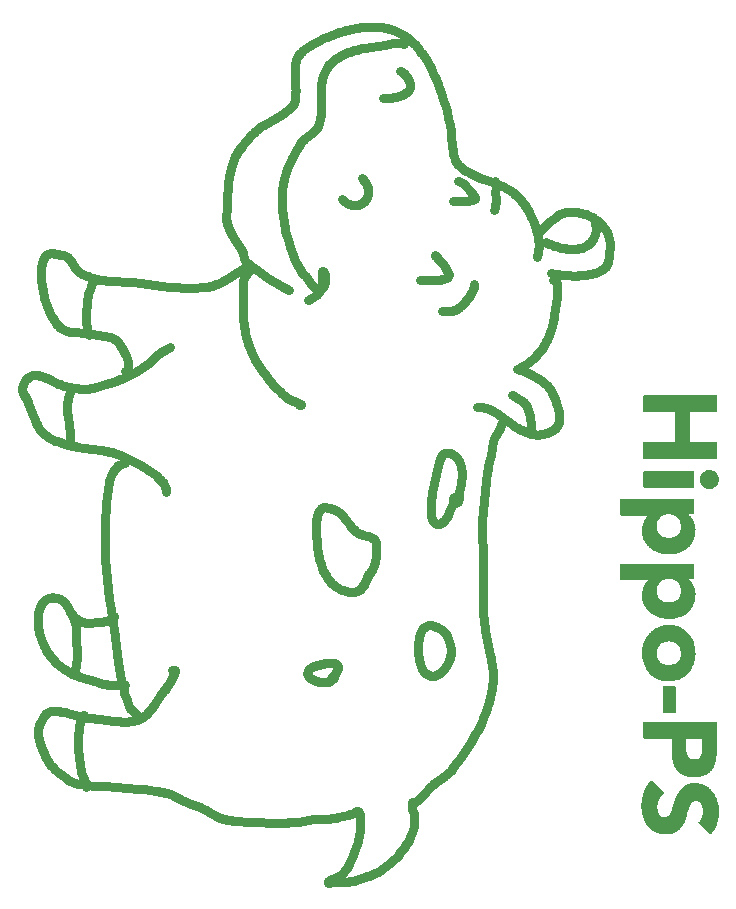
<source format=gbr>
G04 EAGLE Gerber RS-274X export*
G75*
%MOMM*%
%FSLAX34Y34*%
%LPD*%
%INSoldermask Top*%
%IPPOS*%
%AMOC8*
5,1,8,0,0,1.08239X$1,22.5*%
G01*
%ADD10C,0.800000*%

G36*
X1033290Y576657D02*
X1033290Y576657D01*
X1033366Y576665D01*
X1033387Y576676D01*
X1033410Y576681D01*
X1033473Y576724D01*
X1033539Y576761D01*
X1033557Y576782D01*
X1033574Y576794D01*
X1033598Y576831D01*
X1033646Y576889D01*
X1033924Y577364D01*
X1033940Y577411D01*
X1033965Y577452D01*
X1033975Y577514D01*
X1033988Y577553D01*
X1033986Y577580D01*
X1033993Y577616D01*
X1033993Y590429D01*
X1033974Y590518D01*
X1033959Y590608D01*
X1033955Y590615D01*
X1033953Y590624D01*
X1033901Y590699D01*
X1033852Y590776D01*
X1033845Y590781D01*
X1033840Y590787D01*
X1033809Y590808D01*
X1033718Y590875D01*
X1033217Y591127D01*
X1033185Y591136D01*
X1033156Y591153D01*
X1033068Y591168D01*
X1033025Y591179D01*
X1033010Y591177D01*
X1032992Y591180D01*
X1011222Y591180D01*
X1011079Y591231D01*
X1011079Y616368D01*
X1011144Y616480D01*
X1033468Y616480D01*
X1033566Y616499D01*
X1033662Y616519D01*
X1033663Y616519D01*
X1033746Y616576D01*
X1033826Y616631D01*
X1033827Y616632D01*
X1033880Y616715D01*
X1033933Y616798D01*
X1033933Y616799D01*
X1033934Y616799D01*
X1033934Y616804D01*
X1033967Y616961D01*
X1033992Y617689D01*
X1033991Y617697D01*
X1033993Y617707D01*
X1033993Y630519D01*
X1033991Y630527D01*
X1033992Y630536D01*
X1033971Y630624D01*
X1033953Y630714D01*
X1033948Y630721D01*
X1033946Y630729D01*
X1033892Y630802D01*
X1033840Y630878D01*
X1033833Y630883D01*
X1033828Y630889D01*
X1033750Y630936D01*
X1033673Y630985D01*
X1033665Y630986D01*
X1033657Y630991D01*
X1033493Y631018D01*
X972446Y631018D01*
X972353Y630999D01*
X972260Y630982D01*
X972256Y630980D01*
X972252Y630979D01*
X972228Y630963D01*
X972118Y630895D01*
X971716Y630544D01*
X971698Y630521D01*
X971674Y630503D01*
X971638Y630442D01*
X971595Y630386D01*
X971587Y630357D01*
X971572Y630332D01*
X971556Y630235D01*
X971545Y630194D01*
X971547Y630182D01*
X971545Y630168D01*
X971545Y617356D01*
X971547Y617343D01*
X971545Y617331D01*
X971567Y617246D01*
X971584Y617161D01*
X971591Y617150D01*
X971594Y617138D01*
X971691Y617002D01*
X972068Y616626D01*
X972078Y616619D01*
X972086Y616609D01*
X972161Y616564D01*
X972234Y616516D01*
X972246Y616514D01*
X972257Y616507D01*
X972421Y616480D01*
X997959Y616480D01*
X998102Y616429D01*
X998102Y591292D01*
X998037Y591180D01*
X972699Y591180D01*
X972667Y591174D01*
X972624Y591175D01*
X971969Y591076D01*
X971903Y591051D01*
X971834Y591035D01*
X971810Y591018D01*
X971783Y591008D01*
X971731Y590959D01*
X971674Y590917D01*
X971659Y590892D01*
X971637Y590872D01*
X971608Y590807D01*
X971572Y590746D01*
X971567Y590713D01*
X971556Y590690D01*
X971556Y590648D01*
X971545Y590582D01*
X971545Y577770D01*
X971552Y577731D01*
X971554Y577673D01*
X971678Y577044D01*
X971702Y576989D01*
X971715Y576931D01*
X971739Y576898D01*
X971755Y576860D01*
X971798Y576819D01*
X971833Y576771D01*
X971868Y576750D01*
X971897Y576721D01*
X971953Y576700D01*
X972004Y576669D01*
X972051Y576661D01*
X972082Y576649D01*
X972118Y576650D01*
X972168Y576641D01*
X1033215Y576641D01*
X1033290Y576657D01*
G37*
G36*
X995030Y496233D02*
X995030Y496233D01*
X995036Y496235D01*
X995045Y496234D01*
X995796Y496278D01*
X995808Y496281D01*
X995822Y496280D01*
X997318Y496444D01*
X997325Y496446D01*
X997334Y496446D01*
X998079Y496553D01*
X998089Y496556D01*
X998102Y496556D01*
X998842Y496697D01*
X998849Y496701D01*
X998860Y496701D01*
X1000327Y497038D01*
X1000341Y497045D01*
X1000361Y497047D01*
X1001801Y497487D01*
X1001809Y497491D01*
X1001819Y497493D01*
X1002530Y497741D01*
X1002539Y497746D01*
X1002550Y497748D01*
X1003250Y498027D01*
X1003256Y498031D01*
X1003265Y498033D01*
X1003955Y498334D01*
X1003960Y498338D01*
X1003968Y498341D01*
X1004649Y498662D01*
X1004655Y498667D01*
X1004663Y498669D01*
X1005333Y499014D01*
X1005342Y499021D01*
X1005355Y499026D01*
X1006006Y499403D01*
X1006012Y499408D01*
X1006020Y499411D01*
X1006659Y499809D01*
X1006664Y499814D01*
X1006672Y499818D01*
X1007298Y500236D01*
X1007303Y500242D01*
X1007312Y500246D01*
X1007923Y500685D01*
X1007931Y500694D01*
X1007944Y500701D01*
X1008531Y501172D01*
X1008537Y501179D01*
X1008546Y501184D01*
X1009115Y501677D01*
X1009120Y501684D01*
X1009128Y501689D01*
X1009679Y502202D01*
X1009683Y502208D01*
X1009691Y502213D01*
X1010225Y502744D01*
X1010231Y502754D01*
X1010242Y502762D01*
X1010748Y503320D01*
X1010753Y503328D01*
X1010762Y503335D01*
X1011244Y503913D01*
X1011248Y503920D01*
X1011255Y503926D01*
X1011717Y504521D01*
X1011721Y504528D01*
X1011727Y504534D01*
X1012168Y505144D01*
X1012173Y505155D01*
X1012182Y505165D01*
X1012593Y505796D01*
X1012596Y505804D01*
X1012603Y505812D01*
X1012989Y506459D01*
X1012991Y506466D01*
X1012997Y506474D01*
X1013360Y507133D01*
X1013362Y507140D01*
X1013368Y507148D01*
X1013708Y507819D01*
X1013711Y507829D01*
X1013718Y507840D01*
X1014027Y508527D01*
X1014029Y508535D01*
X1014035Y508544D01*
X1014317Y509242D01*
X1014319Y509249D01*
X1014323Y509257D01*
X1014583Y509963D01*
X1014584Y509970D01*
X1014589Y509979D01*
X1014825Y510693D01*
X1014827Y510705D01*
X1014833Y510719D01*
X1015030Y511446D01*
X1015030Y511456D01*
X1015035Y511467D01*
X1015365Y512936D01*
X1015365Y512952D01*
X1015372Y512972D01*
X1015591Y514462D01*
X1015590Y514470D01*
X1015593Y514480D01*
X1015675Y515229D01*
X1015674Y515239D01*
X1015676Y515251D01*
X1015724Y516002D01*
X1015723Y516011D01*
X1015725Y516021D01*
X1015764Y517526D01*
X1015762Y517539D01*
X1015764Y517554D01*
X1015760Y517674D01*
X1015760Y517675D01*
X1015745Y518174D01*
X1015741Y518307D01*
X1015738Y518317D01*
X1015739Y518331D01*
X1015679Y519081D01*
X1015676Y519091D01*
X1015677Y519104D01*
X1015581Y519851D01*
X1015577Y519863D01*
X1015577Y519878D01*
X1015441Y520618D01*
X1015437Y520629D01*
X1015436Y520642D01*
X1015265Y521375D01*
X1015257Y521391D01*
X1015254Y521413D01*
X1014797Y522847D01*
X1014789Y522860D01*
X1014785Y522879D01*
X1014508Y523579D01*
X1014504Y523586D01*
X1014501Y523595D01*
X1014200Y524284D01*
X1014196Y524291D01*
X1014193Y524301D01*
X1013866Y524979D01*
X1013861Y524987D01*
X1013857Y524997D01*
X1013504Y525662D01*
X1013497Y525670D01*
X1013492Y525683D01*
X1013106Y526330D01*
X1013099Y526338D01*
X1013093Y526350D01*
X1012677Y526977D01*
X1012670Y526984D01*
X1012664Y526995D01*
X1012220Y527603D01*
X1012212Y527611D01*
X1012206Y527623D01*
X1011733Y528208D01*
X1011724Y528215D01*
X1011716Y528227D01*
X1011214Y528788D01*
X1011205Y528794D01*
X1011198Y528805D01*
X1010669Y529341D01*
X1010661Y529346D01*
X1010654Y529356D01*
X1010103Y529869D01*
X1010091Y529876D01*
X1010080Y529889D01*
X1009898Y530039D01*
X1013877Y530039D01*
X1013908Y530045D01*
X1013940Y530043D01*
X1014005Y530065D01*
X1014072Y530078D01*
X1014098Y530096D01*
X1014128Y530106D01*
X1014199Y530166D01*
X1014236Y530191D01*
X1014243Y530202D01*
X1014256Y530213D01*
X1014604Y530618D01*
X1014649Y530699D01*
X1014696Y530779D01*
X1014697Y530787D01*
X1014700Y530792D01*
X1014704Y530826D01*
X1014724Y530943D01*
X1014724Y542516D01*
X1014722Y542524D01*
X1014724Y542533D01*
X1014703Y542621D01*
X1014684Y542711D01*
X1014680Y542718D01*
X1014678Y542726D01*
X1014624Y542799D01*
X1014572Y542875D01*
X1014565Y542880D01*
X1014560Y542886D01*
X1014481Y542933D01*
X1014404Y542982D01*
X1014396Y542983D01*
X1014389Y542988D01*
X1014225Y543015D01*
X952495Y543015D01*
X952393Y542995D01*
X952301Y542976D01*
X952300Y542976D01*
X952216Y542918D01*
X952137Y542864D01*
X952136Y542864D01*
X952136Y542863D01*
X952134Y542860D01*
X952042Y542727D01*
X951803Y542213D01*
X951797Y542188D01*
X951784Y542167D01*
X951766Y542057D01*
X951757Y542020D01*
X951758Y542012D01*
X951757Y542003D01*
X951757Y529958D01*
X951768Y529900D01*
X951770Y529841D01*
X951789Y529797D01*
X951796Y529763D01*
X951816Y529734D01*
X951836Y529688D01*
X952130Y529230D01*
X952176Y529182D01*
X952215Y529129D01*
X952244Y529112D01*
X952268Y529087D01*
X952329Y529061D01*
X952386Y529028D01*
X952424Y529021D01*
X952451Y529010D01*
X952491Y529010D01*
X952550Y529000D01*
X975388Y529000D01*
X975150Y528792D01*
X975143Y528782D01*
X975130Y528774D01*
X974592Y528248D01*
X974585Y528238D01*
X974572Y528228D01*
X974064Y527672D01*
X974057Y527660D01*
X974044Y527649D01*
X973572Y527063D01*
X973564Y527048D01*
X973548Y527032D01*
X973123Y526411D01*
X973117Y526399D01*
X973107Y526386D01*
X972718Y525742D01*
X972714Y525729D01*
X972703Y525715D01*
X972356Y525048D01*
X972352Y525035D01*
X972343Y525021D01*
X972035Y524335D01*
X972034Y524330D01*
X972033Y524328D01*
X972032Y524322D01*
X972025Y524311D01*
X971753Y523609D01*
X971751Y523598D01*
X971745Y523585D01*
X971509Y522871D01*
X971508Y522862D01*
X971503Y522852D01*
X971295Y522128D01*
X971295Y522120D01*
X971291Y522111D01*
X971109Y521381D01*
X971109Y521373D01*
X971106Y521364D01*
X970948Y520628D01*
X970948Y520621D01*
X970945Y520613D01*
X970811Y519873D01*
X970811Y519865D01*
X970808Y519855D01*
X970700Y519110D01*
X970700Y519102D01*
X970697Y519091D01*
X970618Y518343D01*
X970618Y518333D01*
X970616Y518322D01*
X970519Y516820D01*
X970521Y516810D01*
X970518Y516797D01*
X970505Y516044D01*
X970506Y516035D01*
X970505Y516024D01*
X970522Y515271D01*
X970523Y515266D01*
X970522Y515258D01*
X970559Y514507D01*
X970561Y514500D01*
X970560Y514491D01*
X970620Y513741D01*
X970623Y513729D01*
X970623Y513714D01*
X970723Y512968D01*
X970725Y512960D01*
X970725Y512949D01*
X970854Y512208D01*
X970857Y512200D01*
X970857Y512190D01*
X971013Y511453D01*
X971018Y511443D01*
X971019Y511430D01*
X971209Y510702D01*
X971215Y510692D01*
X971217Y510677D01*
X971445Y509960D01*
X971449Y509952D01*
X971452Y509940D01*
X971710Y509233D01*
X971715Y509225D01*
X971718Y509213D01*
X972007Y508518D01*
X972014Y508508D01*
X972018Y508493D01*
X972345Y507815D01*
X972351Y507806D01*
X972355Y507794D01*
X972714Y507132D01*
X972719Y507126D01*
X972723Y507116D01*
X973105Y506468D01*
X973110Y506462D01*
X973114Y506453D01*
X973519Y505818D01*
X973526Y505811D01*
X973531Y505801D01*
X973963Y505184D01*
X973970Y505177D01*
X973976Y505167D01*
X974434Y504569D01*
X974441Y504564D01*
X974446Y504555D01*
X974926Y503975D01*
X974933Y503970D01*
X974939Y503961D01*
X975441Y503400D01*
X975449Y503394D01*
X975456Y503384D01*
X975982Y502846D01*
X975991Y502840D01*
X975998Y502830D01*
X976549Y502317D01*
X976553Y502314D01*
X976556Y502310D01*
X976559Y502309D01*
X976562Y502305D01*
X977130Y501811D01*
X977136Y501808D01*
X977143Y501800D01*
X977727Y501326D01*
X977734Y501323D01*
X977740Y501316D01*
X978340Y500861D01*
X978349Y500857D01*
X978358Y500848D01*
X978977Y500420D01*
X978984Y500417D01*
X978991Y500411D01*
X979625Y500004D01*
X979634Y500001D01*
X979644Y499993D01*
X980947Y499239D01*
X980961Y499234D01*
X980977Y499223D01*
X982328Y498559D01*
X982337Y498556D01*
X982346Y498550D01*
X983034Y498246D01*
X983042Y498244D01*
X983051Y498239D01*
X983750Y497959D01*
X983757Y497957D01*
X983766Y497952D01*
X984474Y497697D01*
X984482Y497696D01*
X984490Y497691D01*
X985923Y497230D01*
X985938Y497228D01*
X985955Y497221D01*
X987415Y496855D01*
X987423Y496855D01*
X987432Y496851D01*
X988168Y496693D01*
X988175Y496693D01*
X988184Y496690D01*
X988925Y496557D01*
X988933Y496557D01*
X988942Y496554D01*
X989687Y496446D01*
X989694Y496447D01*
X989703Y496444D01*
X991200Y496279D01*
X991212Y496280D01*
X991226Y496277D01*
X991977Y496234D01*
X991984Y496235D01*
X991992Y496233D01*
X993497Y496190D01*
X993509Y496193D01*
X993525Y496190D01*
X995030Y496233D01*
G37*
G36*
X995030Y441554D02*
X995030Y441554D01*
X995036Y441556D01*
X995045Y441555D01*
X995796Y441599D01*
X995808Y441602D01*
X995822Y441601D01*
X997318Y441765D01*
X997325Y441767D01*
X997334Y441767D01*
X998079Y441874D01*
X998089Y441877D01*
X998102Y441877D01*
X998842Y442019D01*
X998850Y442022D01*
X998860Y442022D01*
X1000327Y442359D01*
X1000342Y442366D01*
X1000361Y442368D01*
X1001801Y442808D01*
X1001809Y442812D01*
X1001819Y442814D01*
X1002530Y443062D01*
X1002539Y443067D01*
X1002550Y443069D01*
X1003250Y443348D01*
X1003256Y443352D01*
X1003265Y443354D01*
X1003955Y443656D01*
X1003960Y443660D01*
X1003968Y443662D01*
X1004649Y443983D01*
X1004655Y443988D01*
X1004663Y443991D01*
X1005333Y444335D01*
X1005342Y444342D01*
X1005355Y444347D01*
X1006007Y444724D01*
X1006012Y444729D01*
X1006020Y444733D01*
X1006659Y445130D01*
X1006664Y445136D01*
X1006672Y445139D01*
X1007298Y445558D01*
X1007303Y445563D01*
X1007312Y445567D01*
X1007923Y446006D01*
X1007931Y446015D01*
X1007944Y446022D01*
X1008531Y446493D01*
X1008537Y446500D01*
X1008546Y446506D01*
X1009115Y446999D01*
X1009120Y447005D01*
X1009128Y447010D01*
X1009679Y447523D01*
X1009683Y447529D01*
X1009691Y447534D01*
X1010224Y448065D01*
X1010231Y448075D01*
X1010242Y448083D01*
X1010748Y448641D01*
X1010753Y448649D01*
X1010761Y448656D01*
X1011244Y449234D01*
X1011248Y449241D01*
X1011256Y449248D01*
X1011717Y449842D01*
X1011721Y449849D01*
X1011727Y449856D01*
X1012168Y450466D01*
X1012173Y450476D01*
X1012182Y450486D01*
X1012593Y451117D01*
X1012596Y451125D01*
X1012603Y451134D01*
X1012989Y451780D01*
X1012991Y451788D01*
X1012997Y451795D01*
X1013360Y452454D01*
X1013362Y452462D01*
X1013368Y452469D01*
X1013709Y453140D01*
X1013711Y453150D01*
X1013719Y453161D01*
X1014028Y453848D01*
X1014029Y453856D01*
X1014035Y453865D01*
X1014318Y454562D01*
X1014319Y454570D01*
X1014324Y454577D01*
X1014584Y455283D01*
X1014585Y455291D01*
X1014590Y455300D01*
X1014825Y456015D01*
X1014827Y456027D01*
X1014833Y456041D01*
X1015030Y456767D01*
X1015030Y456777D01*
X1015035Y456788D01*
X1015365Y458257D01*
X1015365Y458274D01*
X1015372Y458294D01*
X1015591Y459783D01*
X1015590Y459792D01*
X1015593Y459802D01*
X1015675Y460550D01*
X1015674Y460560D01*
X1015676Y460572D01*
X1015724Y461324D01*
X1015723Y461332D01*
X1015725Y461342D01*
X1015764Y462847D01*
X1015762Y462860D01*
X1015764Y462876D01*
X1015760Y462996D01*
X1015745Y463495D01*
X1015741Y463628D01*
X1015738Y463639D01*
X1015739Y463652D01*
X1015679Y464402D01*
X1015676Y464413D01*
X1015677Y464426D01*
X1015581Y465172D01*
X1015577Y465184D01*
X1015577Y465199D01*
X1015441Y465940D01*
X1015437Y465950D01*
X1015436Y465963D01*
X1015265Y466696D01*
X1015257Y466712D01*
X1015254Y466734D01*
X1014797Y468168D01*
X1014789Y468181D01*
X1014785Y468200D01*
X1014508Y468900D01*
X1014504Y468907D01*
X1014501Y468916D01*
X1014200Y469606D01*
X1014196Y469612D01*
X1014193Y469622D01*
X1013866Y470300D01*
X1013861Y470308D01*
X1013857Y470318D01*
X1013504Y470983D01*
X1013497Y470992D01*
X1013492Y471004D01*
X1013106Y471651D01*
X1013099Y471659D01*
X1013093Y471671D01*
X1012677Y472298D01*
X1012670Y472305D01*
X1012664Y472317D01*
X1012220Y472924D01*
X1012212Y472932D01*
X1012206Y472944D01*
X1011733Y473529D01*
X1011724Y473536D01*
X1011716Y473548D01*
X1011214Y474109D01*
X1011205Y474115D01*
X1011198Y474126D01*
X1010669Y474662D01*
X1010661Y474667D01*
X1010654Y474677D01*
X1010103Y475190D01*
X1010091Y475197D01*
X1010080Y475210D01*
X1009898Y475360D01*
X1013877Y475360D01*
X1013908Y475366D01*
X1013940Y475364D01*
X1014005Y475386D01*
X1014072Y475400D01*
X1014098Y475418D01*
X1014128Y475428D01*
X1014200Y475487D01*
X1014236Y475512D01*
X1014243Y475523D01*
X1014256Y475534D01*
X1014604Y475940D01*
X1014649Y476021D01*
X1014696Y476100D01*
X1014697Y476108D01*
X1014700Y476113D01*
X1014704Y476148D01*
X1014724Y476264D01*
X1014724Y487837D01*
X1014722Y487846D01*
X1014724Y487854D01*
X1014703Y487942D01*
X1014684Y488032D01*
X1014680Y488039D01*
X1014678Y488047D01*
X1014624Y488121D01*
X1014572Y488196D01*
X1014565Y488201D01*
X1014560Y488207D01*
X1014481Y488254D01*
X1014404Y488303D01*
X1014396Y488305D01*
X1014389Y488309D01*
X1014225Y488337D01*
X952495Y488337D01*
X952393Y488316D01*
X952301Y488297D01*
X952300Y488297D01*
X952216Y488239D01*
X952137Y488185D01*
X952136Y488185D01*
X952136Y488184D01*
X952134Y488181D01*
X952042Y488048D01*
X951803Y487534D01*
X951797Y487510D01*
X951784Y487488D01*
X951766Y487378D01*
X951757Y487341D01*
X951758Y487333D01*
X951757Y487324D01*
X951757Y475279D01*
X951768Y475221D01*
X951770Y475162D01*
X951789Y475118D01*
X951796Y475084D01*
X951816Y475055D01*
X951836Y475009D01*
X952130Y474551D01*
X952176Y474503D01*
X952215Y474450D01*
X952244Y474433D01*
X952268Y474408D01*
X952329Y474382D01*
X952386Y474349D01*
X952424Y474342D01*
X952451Y474331D01*
X952491Y474331D01*
X952550Y474321D01*
X975388Y474321D01*
X975150Y474113D01*
X975143Y474104D01*
X975130Y474095D01*
X974592Y473569D01*
X974585Y473559D01*
X974572Y473549D01*
X974064Y472993D01*
X974057Y472982D01*
X974044Y472970D01*
X973572Y472385D01*
X973563Y472369D01*
X973548Y472353D01*
X973123Y471732D01*
X973118Y471720D01*
X973107Y471708D01*
X972719Y471063D01*
X972714Y471050D01*
X972703Y471036D01*
X972356Y470369D01*
X972352Y470356D01*
X972343Y470342D01*
X972035Y469656D01*
X972034Y469651D01*
X972033Y469649D01*
X972032Y469643D01*
X972025Y469632D01*
X971753Y468930D01*
X971751Y468919D01*
X971745Y468907D01*
X971509Y468192D01*
X971508Y468183D01*
X971503Y468173D01*
X971295Y467449D01*
X971295Y467441D01*
X971291Y467432D01*
X971109Y466702D01*
X971109Y466694D01*
X971106Y466685D01*
X970948Y465949D01*
X970948Y465943D01*
X970945Y465935D01*
X970811Y465194D01*
X970811Y465186D01*
X970808Y465176D01*
X970700Y464431D01*
X970700Y464423D01*
X970697Y464412D01*
X970618Y463664D01*
X970618Y463654D01*
X970616Y463643D01*
X970519Y462141D01*
X970521Y462131D01*
X970518Y462118D01*
X970505Y461365D01*
X970506Y461356D01*
X970505Y461345D01*
X970522Y460593D01*
X970523Y460587D01*
X970522Y460579D01*
X970559Y459828D01*
X970561Y459821D01*
X970560Y459812D01*
X970620Y459062D01*
X970623Y459050D01*
X970623Y459035D01*
X970723Y458289D01*
X970725Y458281D01*
X970725Y458271D01*
X970854Y457529D01*
X970857Y457521D01*
X970857Y457511D01*
X971013Y456774D01*
X971018Y456765D01*
X971019Y456752D01*
X971209Y456023D01*
X971215Y456013D01*
X971217Y455998D01*
X971445Y455281D01*
X971449Y455273D01*
X971452Y455261D01*
X971710Y454555D01*
X971715Y454546D01*
X971718Y454534D01*
X972007Y453839D01*
X972014Y453829D01*
X972018Y453815D01*
X972345Y453136D01*
X972351Y453128D01*
X972355Y453115D01*
X972714Y452453D01*
X972719Y452447D01*
X972723Y452437D01*
X973105Y451789D01*
X973110Y451783D01*
X973114Y451774D01*
X973519Y451140D01*
X973526Y451133D01*
X973531Y451122D01*
X973963Y450505D01*
X973970Y450498D01*
X973976Y450488D01*
X974434Y449891D01*
X974441Y449885D01*
X974446Y449876D01*
X974926Y449297D01*
X974933Y449291D01*
X974939Y449282D01*
X975441Y448721D01*
X975449Y448716D01*
X975456Y448706D01*
X975982Y448167D01*
X975991Y448162D01*
X975998Y448151D01*
X976549Y447638D01*
X976553Y447635D01*
X976556Y447632D01*
X976559Y447630D01*
X976562Y447626D01*
X977130Y447132D01*
X977136Y447129D01*
X977143Y447122D01*
X977727Y446647D01*
X977734Y446644D01*
X977740Y446637D01*
X978340Y446182D01*
X978349Y446178D01*
X978358Y446169D01*
X978977Y445741D01*
X978984Y445738D01*
X978991Y445732D01*
X979625Y445326D01*
X979634Y445322D01*
X979644Y445314D01*
X980947Y444560D01*
X980961Y444555D01*
X980977Y444544D01*
X982328Y443880D01*
X982337Y443877D01*
X982346Y443871D01*
X983034Y443567D01*
X983042Y443565D01*
X983051Y443560D01*
X983750Y443280D01*
X983757Y443278D01*
X983766Y443274D01*
X984474Y443018D01*
X984482Y443017D01*
X984490Y443013D01*
X985923Y442551D01*
X985938Y442550D01*
X985955Y442542D01*
X987415Y442176D01*
X987423Y442176D01*
X987432Y442172D01*
X988168Y442014D01*
X988175Y442014D01*
X988184Y442011D01*
X988925Y441878D01*
X988934Y441878D01*
X988943Y441875D01*
X989688Y441770D01*
X989695Y441770D01*
X989703Y441768D01*
X991199Y441600D01*
X991211Y441602D01*
X991226Y441598D01*
X991978Y441555D01*
X991984Y441556D01*
X991992Y441555D01*
X993497Y441512D01*
X993509Y441514D01*
X993525Y441512D01*
X995030Y441554D01*
G37*
G36*
X1015046Y307426D02*
X1015046Y307426D01*
X1015059Y307424D01*
X1016562Y307475D01*
X1016570Y307477D01*
X1016579Y307476D01*
X1017330Y307527D01*
X1017338Y307529D01*
X1017349Y307529D01*
X1018097Y307609D01*
X1018101Y307610D01*
X1018106Y307610D01*
X1018852Y307705D01*
X1018863Y307708D01*
X1018877Y307708D01*
X1019617Y307840D01*
X1019627Y307844D01*
X1019640Y307845D01*
X1021107Y308177D01*
X1021122Y308184D01*
X1021142Y308186D01*
X1021862Y308406D01*
X1021870Y308411D01*
X1021883Y308413D01*
X1022591Y308664D01*
X1022599Y308669D01*
X1022610Y308672D01*
X1023308Y308952D01*
X1023318Y308959D01*
X1023320Y308960D01*
X1023328Y308961D01*
X1023330Y308963D01*
X1023334Y308964D01*
X1024014Y309283D01*
X1024025Y309291D01*
X1024040Y309296D01*
X1024701Y309655D01*
X1024708Y309661D01*
X1024719Y309665D01*
X1025364Y310050D01*
X1025371Y310057D01*
X1025382Y310061D01*
X1026011Y310473D01*
X1026019Y310481D01*
X1026031Y310487D01*
X1026639Y310928D01*
X1026648Y310937D01*
X1026660Y310944D01*
X1027245Y311418D01*
X1027252Y311426D01*
X1027264Y311434D01*
X1027824Y311935D01*
X1027830Y311944D01*
X1027842Y311952D01*
X1028377Y312480D01*
X1028383Y312489D01*
X1028393Y312498D01*
X1028902Y313051D01*
X1028908Y313062D01*
X1028920Y313072D01*
X1029397Y313654D01*
X1029403Y313665D01*
X1029414Y313675D01*
X1029859Y314281D01*
X1029863Y314291D01*
X1029872Y314300D01*
X1030288Y314926D01*
X1030292Y314935D01*
X1030299Y314944D01*
X1030689Y315587D01*
X1030691Y315595D01*
X1030697Y315602D01*
X1031065Y316258D01*
X1031068Y316268D01*
X1031076Y316279D01*
X1031412Y316952D01*
X1031414Y316961D01*
X1031421Y316971D01*
X1031728Y317657D01*
X1031730Y317665D01*
X1031735Y317673D01*
X1032018Y318370D01*
X1032019Y318377D01*
X1032023Y318385D01*
X1032284Y319090D01*
X1032286Y319099D01*
X1032291Y319110D01*
X1032522Y319825D01*
X1032523Y319836D01*
X1032529Y319848D01*
X1032924Y321299D01*
X1032924Y321308D01*
X1032929Y321318D01*
X1033097Y322051D01*
X1033097Y322063D01*
X1033102Y322076D01*
X1033493Y324298D01*
X1033493Y324310D01*
X1033497Y324324D01*
X1033771Y326564D01*
X1033770Y326575D01*
X1033773Y326589D01*
X1033932Y328840D01*
X1033930Y328855D01*
X1033934Y328874D01*
X1033991Y353692D01*
X1033993Y354091D01*
X1033991Y354100D01*
X1033992Y354109D01*
X1033971Y354197D01*
X1033953Y354286D01*
X1033948Y354294D01*
X1033946Y354302D01*
X1033893Y354375D01*
X1033841Y354450D01*
X1033834Y354455D01*
X1033828Y354462D01*
X1033750Y354509D01*
X1033674Y354558D01*
X1033665Y354559D01*
X1033657Y354564D01*
X1033493Y354592D01*
X972575Y354592D01*
X972560Y354589D01*
X972545Y354591D01*
X972383Y354553D01*
X972380Y354552D01*
X971852Y354332D01*
X971844Y354326D01*
X971834Y354324D01*
X971762Y354271D01*
X971687Y354220D01*
X971682Y354212D01*
X971674Y354206D01*
X971628Y354129D01*
X971579Y354053D01*
X971577Y354044D01*
X971572Y354035D01*
X971545Y353871D01*
X971545Y341086D01*
X971547Y341072D01*
X971545Y341059D01*
X971582Y340896D01*
X971800Y340363D01*
X971807Y340353D01*
X971809Y340342D01*
X971862Y340271D01*
X971911Y340197D01*
X971920Y340191D01*
X971927Y340182D01*
X972003Y340137D01*
X972077Y340088D01*
X972088Y340086D01*
X972098Y340080D01*
X972262Y340053D01*
X995404Y340053D01*
X995500Y339976D01*
X995564Y328184D01*
X995567Y328169D01*
X995565Y328150D01*
X995733Y325900D01*
X995736Y325887D01*
X995736Y325872D01*
X996028Y323635D01*
X996033Y323623D01*
X996033Y323607D01*
X996453Y321390D01*
X996458Y321379D01*
X996459Y321366D01*
X996636Y320635D01*
X996639Y320628D01*
X996640Y320618D01*
X996843Y319894D01*
X996846Y319887D01*
X996847Y319879D01*
X997072Y319161D01*
X997076Y319155D01*
X997077Y319146D01*
X997325Y318436D01*
X997330Y318429D01*
X997332Y318419D01*
X997606Y317718D01*
X997612Y317709D01*
X997615Y317699D01*
X997615Y317698D01*
X997616Y317696D01*
X997924Y317010D01*
X997928Y317004D01*
X997931Y316995D01*
X998262Y316320D01*
X998267Y316314D01*
X998270Y316304D01*
X998625Y315641D01*
X998632Y315633D01*
X998637Y315620D01*
X999024Y314975D01*
X999032Y314967D01*
X999037Y314954D01*
X999455Y314329D01*
X999462Y314322D01*
X999468Y314311D01*
X999913Y313705D01*
X999921Y313698D01*
X999928Y313686D01*
X1000402Y313103D01*
X1000412Y313095D01*
X1000420Y313083D01*
X1000924Y312526D01*
X1000934Y312519D01*
X1000942Y312507D01*
X1001476Y311977D01*
X1001488Y311969D01*
X1001499Y311955D01*
X1002064Y311459D01*
X1002074Y311454D01*
X1002084Y311443D01*
X1002673Y310977D01*
X1002682Y310972D01*
X1002691Y310963D01*
X1003301Y310524D01*
X1003310Y310520D01*
X1003319Y310512D01*
X1003948Y310099D01*
X1003958Y310095D01*
X1003969Y310086D01*
X1004617Y309705D01*
X1004629Y309701D01*
X1004641Y309692D01*
X1005310Y309347D01*
X1005319Y309345D01*
X1005328Y309338D01*
X1006010Y309022D01*
X1006019Y309020D01*
X1006029Y309013D01*
X1006723Y308725D01*
X1006734Y308723D01*
X1006747Y308716D01*
X1007455Y308463D01*
X1007467Y308461D01*
X1007482Y308454D01*
X1008203Y308242D01*
X1008210Y308241D01*
X1008219Y308238D01*
X1008946Y308049D01*
X1008954Y308049D01*
X1008963Y308045D01*
X1009697Y307882D01*
X1009709Y307881D01*
X1009722Y307877D01*
X1010464Y307751D01*
X1010469Y307751D01*
X1010475Y307749D01*
X1011219Y307640D01*
X1011226Y307641D01*
X1011234Y307638D01*
X1011981Y307552D01*
X1011991Y307553D01*
X1012004Y307550D01*
X1013504Y307447D01*
X1013517Y307448D01*
X1013532Y307445D01*
X1015035Y307424D01*
X1015046Y307426D01*
G37*
G36*
X990993Y259173D02*
X990993Y259173D01*
X991002Y259172D01*
X991754Y259191D01*
X991763Y259193D01*
X991774Y259192D01*
X993276Y259292D01*
X993295Y259297D01*
X993319Y259297D01*
X994806Y259524D01*
X994817Y259528D01*
X994830Y259529D01*
X995568Y259679D01*
X995582Y259685D01*
X995600Y259687D01*
X996326Y259886D01*
X996335Y259890D01*
X996347Y259892D01*
X997063Y260122D01*
X997072Y260127D01*
X997086Y260130D01*
X997790Y260395D01*
X997805Y260404D01*
X997825Y260410D01*
X998508Y260727D01*
X998521Y260737D01*
X998540Y260744D01*
X999197Y261110D01*
X999207Y261118D01*
X999221Y261124D01*
X999857Y261526D01*
X999865Y261533D01*
X999876Y261539D01*
X1000493Y261971D01*
X1000499Y261978D01*
X1000510Y261984D01*
X1001107Y262442D01*
X1001116Y262452D01*
X1001130Y262461D01*
X1001699Y262954D01*
X1001704Y262961D01*
X1001714Y262968D01*
X1002262Y263483D01*
X1002268Y263491D01*
X1002278Y263498D01*
X1002803Y264037D01*
X1002808Y264046D01*
X1002819Y264054D01*
X1003318Y264617D01*
X1003324Y264626D01*
X1003334Y264635D01*
X1003806Y265221D01*
X1003811Y265230D01*
X1003820Y265239D01*
X1004264Y265847D01*
X1004269Y265858D01*
X1004280Y265869D01*
X1004691Y266500D01*
X1004695Y266510D01*
X1004703Y266520D01*
X1005084Y267169D01*
X1005086Y267175D01*
X1005091Y267181D01*
X1005815Y268501D01*
X1005819Y268514D01*
X1005828Y268527D01*
X1006472Y269888D01*
X1006475Y269901D01*
X1006484Y269914D01*
X1007049Y271309D01*
X1007051Y271315D01*
X1007055Y271322D01*
X1007317Y272027D01*
X1007319Y272040D01*
X1007326Y272054D01*
X1009771Y279962D01*
X1009999Y280667D01*
X1010251Y281364D01*
X1010507Y282054D01*
X1011101Y283405D01*
X1011433Y284052D01*
X1011794Y284686D01*
X1012182Y285297D01*
X1012598Y285865D01*
X1013065Y286360D01*
X1013594Y286764D01*
X1014191Y287069D01*
X1014834Y287287D01*
X1015507Y287414D01*
X1016198Y287455D01*
X1016888Y287417D01*
X1017558Y287292D01*
X1018193Y287070D01*
X1018781Y286748D01*
X1019321Y286330D01*
X1019814Y285844D01*
X1020246Y285301D01*
X1020619Y284707D01*
X1020940Y284071D01*
X1021219Y283409D01*
X1021456Y282728D01*
X1021651Y282032D01*
X1021806Y281323D01*
X1021926Y280606D01*
X1022007Y279886D01*
X1022047Y279163D01*
X1022047Y278439D01*
X1022003Y277716D01*
X1021924Y276993D01*
X1021804Y276277D01*
X1021647Y275564D01*
X1021463Y274855D01*
X1021249Y274155D01*
X1021006Y273467D01*
X1020732Y272799D01*
X1020414Y272156D01*
X1020052Y271539D01*
X1019646Y270952D01*
X1019196Y270402D01*
X1018701Y269893D01*
X1018149Y269414D01*
X1018126Y269384D01*
X1018097Y269361D01*
X1018066Y269306D01*
X1018028Y269256D01*
X1018018Y269220D01*
X1018000Y269187D01*
X1017993Y269125D01*
X1017978Y269064D01*
X1017983Y269027D01*
X1017979Y268990D01*
X1017997Y268930D01*
X1018006Y268867D01*
X1018026Y268835D01*
X1018037Y268799D01*
X1018086Y268736D01*
X1018110Y268697D01*
X1018125Y268687D01*
X1018139Y268668D01*
X1028136Y259523D01*
X1028156Y259512D01*
X1028170Y259495D01*
X1028240Y259461D01*
X1028307Y259421D01*
X1028329Y259418D01*
X1028349Y259408D01*
X1028427Y259404D01*
X1028504Y259393D01*
X1028525Y259399D01*
X1028548Y259398D01*
X1028665Y259436D01*
X1028696Y259445D01*
X1028700Y259448D01*
X1028706Y259450D01*
X1029211Y259716D01*
X1029221Y259724D01*
X1029233Y259729D01*
X1029333Y259813D01*
X1029347Y259823D01*
X1029351Y259828D01*
X1029360Y259836D01*
X1029845Y260412D01*
X1029851Y260424D01*
X1029863Y260435D01*
X1030764Y261640D01*
X1030768Y261651D01*
X1030778Y261661D01*
X1031198Y262286D01*
X1031201Y262294D01*
X1031208Y262302D01*
X1031998Y263584D01*
X1032003Y263598D01*
X1032015Y263614D01*
X1032715Y264946D01*
X1032718Y264958D01*
X1032727Y264971D01*
X1033040Y265655D01*
X1033041Y265662D01*
X1033046Y265670D01*
X1033337Y266364D01*
X1033338Y266369D01*
X1033341Y266374D01*
X1033617Y267074D01*
X1033619Y267084D01*
X1033625Y267096D01*
X1033868Y267808D01*
X1033869Y267812D01*
X1033871Y267816D01*
X1034102Y268532D01*
X1034103Y268540D01*
X1034108Y268549D01*
X1034313Y269274D01*
X1034313Y269280D01*
X1034316Y269287D01*
X1034686Y270746D01*
X1034686Y270756D01*
X1034691Y270767D01*
X1034844Y271504D01*
X1034844Y271506D01*
X1034845Y271509D01*
X1034991Y272248D01*
X1034991Y272257D01*
X1034994Y272267D01*
X1035228Y273753D01*
X1035228Y273761D01*
X1035230Y273769D01*
X1035324Y274516D01*
X1035323Y274523D01*
X1035325Y274532D01*
X1035465Y276031D01*
X1035464Y276041D01*
X1035467Y276054D01*
X1035536Y277558D01*
X1035535Y277564D01*
X1035536Y277572D01*
X1035549Y278325D01*
X1035548Y278332D01*
X1035549Y278340D01*
X1035527Y279845D01*
X1035526Y279854D01*
X1035527Y279865D01*
X1035486Y280617D01*
X1035485Y280624D01*
X1035485Y280633D01*
X1035354Y282133D01*
X1035352Y282141D01*
X1035352Y282152D01*
X1035258Y282899D01*
X1035256Y282906D01*
X1035256Y282916D01*
X1035014Y284402D01*
X1035012Y284410D01*
X1035011Y284419D01*
X1034865Y285158D01*
X1034861Y285166D01*
X1034860Y285178D01*
X1034505Y286641D01*
X1034502Y286647D01*
X1034501Y286656D01*
X1034301Y287382D01*
X1034297Y287391D01*
X1034295Y287403D01*
X1033830Y288835D01*
X1033826Y288841D01*
X1033824Y288851D01*
X1033568Y289558D01*
X1033562Y289568D01*
X1033558Y289582D01*
X1033266Y290275D01*
X1033261Y290282D01*
X1033259Y290293D01*
X1032622Y291657D01*
X1032615Y291666D01*
X1032611Y291680D01*
X1032258Y292345D01*
X1032251Y292354D01*
X1032245Y292367D01*
X1031473Y293658D01*
X1031466Y293666D01*
X1031461Y293677D01*
X1031046Y294305D01*
X1031038Y294314D01*
X1031031Y294327D01*
X1030583Y294932D01*
X1030578Y294936D01*
X1030574Y294943D01*
X1030110Y295535D01*
X1030104Y295540D01*
X1030100Y295548D01*
X1029616Y296125D01*
X1029608Y296131D01*
X1029602Y296141D01*
X1029094Y296696D01*
X1029085Y296703D01*
X1029077Y296713D01*
X1028543Y297244D01*
X1028536Y297248D01*
X1028530Y297257D01*
X1027976Y297766D01*
X1027969Y297771D01*
X1027963Y297778D01*
X1027391Y298268D01*
X1027383Y298272D01*
X1027376Y298281D01*
X1026785Y298747D01*
X1026775Y298752D01*
X1026766Y298761D01*
X1026153Y299199D01*
X1026146Y299202D01*
X1026139Y299208D01*
X1025512Y299624D01*
X1025505Y299627D01*
X1025498Y299633D01*
X1024858Y300028D01*
X1024848Y300032D01*
X1024838Y300040D01*
X1024180Y300405D01*
X1024170Y300408D01*
X1024160Y300416D01*
X1023486Y300751D01*
X1023478Y300753D01*
X1023470Y300759D01*
X1022784Y301069D01*
X1022775Y301071D01*
X1022765Y301077D01*
X1022068Y301359D01*
X1022054Y301362D01*
X1022038Y301370D01*
X1021324Y301608D01*
X1021316Y301610D01*
X1021306Y301614D01*
X1020584Y301825D01*
X1020576Y301826D01*
X1020567Y301830D01*
X1019837Y302014D01*
X1019825Y302015D01*
X1019810Y302020D01*
X1019071Y302164D01*
X1019064Y302164D01*
X1019056Y302167D01*
X1018313Y302288D01*
X1018307Y302288D01*
X1018300Y302290D01*
X1017554Y302391D01*
X1017541Y302390D01*
X1017525Y302394D01*
X1016775Y302451D01*
X1016766Y302450D01*
X1016756Y302452D01*
X1015252Y302512D01*
X1015238Y302509D01*
X1015219Y302512D01*
X1013715Y302472D01*
X1013703Y302469D01*
X1013687Y302470D01*
X1012937Y302408D01*
X1012929Y302406D01*
X1012919Y302407D01*
X1012172Y302318D01*
X1012165Y302315D01*
X1012156Y302315D01*
X1011412Y302203D01*
X1011398Y302198D01*
X1011380Y302197D01*
X1010645Y302035D01*
X1010635Y302031D01*
X1010622Y302030D01*
X1009895Y301834D01*
X1009886Y301829D01*
X1009873Y301827D01*
X1009156Y301598D01*
X1009144Y301591D01*
X1009128Y301587D01*
X1008426Y301314D01*
X1008412Y301305D01*
X1008391Y301299D01*
X1007713Y300974D01*
X1007701Y300965D01*
X1007684Y300958D01*
X1007029Y300589D01*
X1007018Y300580D01*
X1007002Y300573D01*
X1006371Y300164D01*
X1006363Y300155D01*
X1006350Y300149D01*
X1005740Y299707D01*
X1005733Y299698D01*
X1005720Y299691D01*
X1005134Y299219D01*
X1005127Y299210D01*
X1005116Y299204D01*
X1004554Y298704D01*
X1004548Y298697D01*
X1004540Y298691D01*
X1003996Y298171D01*
X1003990Y298162D01*
X1003980Y298155D01*
X1003461Y297611D01*
X1003455Y297602D01*
X1003445Y297593D01*
X1002951Y297025D01*
X1002947Y297017D01*
X1002938Y297010D01*
X1002468Y296422D01*
X1002462Y296411D01*
X1002451Y296400D01*
X1002015Y295787D01*
X1002011Y295778D01*
X1002003Y295770D01*
X1001592Y295139D01*
X1001589Y295132D01*
X1001582Y295124D01*
X1001195Y294479D01*
X1001192Y294472D01*
X1001186Y294464D01*
X1000820Y293807D01*
X1000818Y293799D01*
X1000813Y293792D01*
X1000125Y292453D01*
X1000122Y292441D01*
X1000113Y292428D01*
X999501Y291052D01*
X999500Y291046D01*
X999495Y291039D01*
X999210Y290343D01*
X999208Y290328D01*
X999199Y290312D01*
X995854Y280331D01*
X995590Y279652D01*
X994993Y278298D01*
X994661Y277650D01*
X994302Y277011D01*
X993918Y276391D01*
X993507Y275798D01*
X993064Y275250D01*
X992576Y274773D01*
X992025Y274386D01*
X991418Y274083D01*
X990770Y273870D01*
X990095Y273743D01*
X989406Y273700D01*
X988719Y273744D01*
X988050Y273876D01*
X987417Y274103D01*
X986828Y274434D01*
X986280Y274850D01*
X985785Y275333D01*
X985346Y275875D01*
X984964Y276464D01*
X984633Y277094D01*
X984348Y277752D01*
X984108Y278428D01*
X983915Y279125D01*
X983756Y279835D01*
X983633Y280551D01*
X983547Y281273D01*
X983496Y281999D01*
X983482Y282726D01*
X983505Y283451D01*
X983570Y284174D01*
X983670Y284895D01*
X983808Y285608D01*
X983983Y286315D01*
X984191Y287012D01*
X984433Y287700D01*
X984708Y288375D01*
X985014Y289039D01*
X985346Y289685D01*
X985716Y290308D01*
X986118Y290912D01*
X986554Y291493D01*
X987018Y292052D01*
X987511Y292584D01*
X988033Y293091D01*
X988588Y293579D01*
X988596Y293588D01*
X988607Y293596D01*
X989091Y294068D01*
X989104Y294087D01*
X989123Y294102D01*
X989160Y294169D01*
X989203Y294232D01*
X989208Y294255D01*
X989219Y294276D01*
X989227Y294352D01*
X989242Y294427D01*
X989237Y294450D01*
X989239Y294473D01*
X989217Y294547D01*
X989201Y294622D01*
X989188Y294641D01*
X989181Y294664D01*
X989108Y294757D01*
X989088Y294785D01*
X989083Y294789D01*
X989079Y294794D01*
X979056Y303912D01*
X979040Y303921D01*
X979025Y303938D01*
X978473Y304364D01*
X978390Y304405D01*
X978309Y304448D01*
X978301Y304448D01*
X978294Y304452D01*
X978202Y304457D01*
X978111Y304465D01*
X978103Y304462D01*
X978096Y304463D01*
X978009Y304432D01*
X977922Y304403D01*
X977915Y304398D01*
X977909Y304396D01*
X977882Y304371D01*
X977793Y304298D01*
X976799Y303167D01*
X976794Y303158D01*
X976784Y303149D01*
X975846Y301971D01*
X975841Y301961D01*
X975831Y301951D01*
X974952Y300730D01*
X974947Y300718D01*
X974937Y300707D01*
X974127Y299437D01*
X974124Y299429D01*
X974117Y299420D01*
X973738Y298769D01*
X973736Y298761D01*
X973729Y298753D01*
X973022Y297424D01*
X973019Y297412D01*
X973010Y297399D01*
X972379Y296032D01*
X972376Y296020D01*
X972368Y296006D01*
X972092Y295306D01*
X972091Y295303D01*
X972090Y295301D01*
X971821Y294598D01*
X971819Y294586D01*
X971812Y294573D01*
X971350Y293140D01*
X971349Y293130D01*
X971344Y293118D01*
X970949Y291665D01*
X970949Y291657D01*
X970945Y291647D01*
X970775Y290913D01*
X970775Y290906D01*
X970772Y290897D01*
X970483Y289419D01*
X970483Y289409D01*
X970479Y289397D01*
X970258Y287908D01*
X970258Y287898D01*
X970255Y287886D01*
X970101Y286388D01*
X970102Y286378D01*
X970099Y286366D01*
X970012Y284863D01*
X970013Y284855D01*
X970011Y284844D01*
X969982Y283339D01*
X969984Y283328D01*
X969982Y283315D01*
X970023Y281811D01*
X970025Y281803D01*
X970024Y281792D01*
X970121Y280290D01*
X970122Y280284D01*
X970122Y280278D01*
X970189Y279528D01*
X970192Y279517D01*
X970192Y279503D01*
X970506Y277267D01*
X970510Y277257D01*
X970510Y277244D01*
X970650Y276505D01*
X970653Y276497D01*
X970654Y276487D01*
X970987Y275019D01*
X970990Y275012D01*
X970991Y275001D01*
X971184Y274274D01*
X971187Y274268D01*
X971188Y274259D01*
X971403Y273538D01*
X971407Y273530D01*
X971409Y273520D01*
X971894Y272095D01*
X971900Y272084D01*
X971903Y272070D01*
X972184Y271371D01*
X972187Y271366D01*
X972189Y271358D01*
X972490Y270668D01*
X972494Y270662D01*
X972496Y270654D01*
X972817Y269974D01*
X972823Y269966D01*
X972827Y269955D01*
X973176Y269288D01*
X973181Y269282D01*
X973185Y269272D01*
X973558Y268619D01*
X973563Y268614D01*
X973566Y268606D01*
X973959Y267964D01*
X973964Y267959D01*
X973967Y267951D01*
X974380Y267322D01*
X974388Y267313D01*
X974394Y267300D01*
X974839Y266693D01*
X974845Y266688D01*
X974849Y266680D01*
X975314Y266088D01*
X975319Y266083D01*
X975324Y266075D01*
X975808Y265499D01*
X975816Y265492D01*
X975823Y265482D01*
X976333Y264928D01*
X976342Y264921D01*
X976350Y264910D01*
X976887Y264382D01*
X976894Y264378D01*
X976900Y264370D01*
X977455Y263862D01*
X977462Y263858D01*
X977468Y263850D01*
X978041Y263362D01*
X978051Y263356D01*
X978060Y263346D01*
X978657Y262888D01*
X978667Y262883D01*
X978676Y262874D01*
X979294Y262444D01*
X979301Y262441D01*
X979308Y262434D01*
X979939Y262025D01*
X979946Y262023D01*
X979952Y262017D01*
X980597Y261628D01*
X980608Y261624D01*
X980620Y261614D01*
X981285Y261261D01*
X981292Y261258D01*
X981300Y261253D01*
X981976Y260923D01*
X981984Y260921D01*
X981992Y260915D01*
X982680Y260609D01*
X982692Y260606D01*
X982706Y260598D01*
X983411Y260332D01*
X983421Y260330D01*
X983433Y260324D01*
X984148Y260092D01*
X984155Y260091D01*
X984164Y260087D01*
X984886Y259877D01*
X984896Y259877D01*
X984907Y259872D01*
X985639Y259694D01*
X985651Y259693D01*
X985666Y259688D01*
X987146Y259415D01*
X987158Y259415D01*
X987173Y259411D01*
X987920Y259315D01*
X987929Y259316D01*
X987939Y259313D01*
X988689Y259247D01*
X988693Y259247D01*
X988699Y259246D01*
X989450Y259194D01*
X989460Y259196D01*
X989472Y259193D01*
X990224Y259176D01*
X990228Y259176D01*
X990234Y259175D01*
X990986Y259172D01*
X990993Y259173D01*
G37*
G36*
X993321Y388574D02*
X993321Y388574D01*
X993335Y388572D01*
X994842Y388628D01*
X994848Y388630D01*
X994857Y388629D01*
X995609Y388680D01*
X995622Y388684D01*
X995639Y388683D01*
X997135Y388878D01*
X997144Y388881D01*
X997155Y388881D01*
X997898Y389010D01*
X997910Y389015D01*
X997926Y389016D01*
X999394Y389357D01*
X999404Y389362D01*
X999418Y389364D01*
X1000143Y389570D01*
X1000156Y389577D01*
X1000172Y389580D01*
X1001594Y390081D01*
X1001604Y390087D01*
X1001618Y390090D01*
X1002315Y390377D01*
X1002326Y390384D01*
X1002342Y390389D01*
X1003700Y391044D01*
X1003708Y391050D01*
X1003720Y391054D01*
X1004384Y391412D01*
X1004394Y391420D01*
X1004409Y391426D01*
X1005692Y392217D01*
X1005699Y392223D01*
X1005708Y392228D01*
X1006334Y392648D01*
X1006343Y392657D01*
X1006358Y392665D01*
X1006959Y393120D01*
X1006963Y393125D01*
X1006971Y393130D01*
X1007557Y393604D01*
X1007561Y393609D01*
X1007568Y393613D01*
X1008140Y394105D01*
X1008146Y394112D01*
X1008154Y394118D01*
X1008707Y394630D01*
X1008714Y394641D01*
X1008727Y394651D01*
X1009772Y395738D01*
X1009777Y395747D01*
X1009787Y395755D01*
X1010284Y396323D01*
X1010291Y396335D01*
X1010304Y396348D01*
X1011220Y397545D01*
X1011225Y397554D01*
X1011233Y397563D01*
X1011665Y398181D01*
X1011669Y398190D01*
X1011677Y398199D01*
X1012081Y398836D01*
X1012085Y398846D01*
X1012092Y398855D01*
X1012841Y400164D01*
X1012845Y400176D01*
X1012855Y400189D01*
X1013192Y400863D01*
X1013194Y400873D01*
X1013201Y400883D01*
X1013815Y402260D01*
X1013817Y402270D01*
X1013824Y402281D01*
X1014099Y402982D01*
X1014101Y402993D01*
X1014108Y403005D01*
X1014590Y404433D01*
X1014592Y404444D01*
X1014597Y404455D01*
X1014806Y405180D01*
X1014806Y405189D01*
X1014811Y405199D01*
X1015169Y406664D01*
X1015169Y406675D01*
X1015174Y406688D01*
X1015317Y407428D01*
X1015316Y407437D01*
X1015320Y407447D01*
X1015547Y408938D01*
X1015546Y408951D01*
X1015551Y408967D01*
X1015691Y410468D01*
X1015690Y410475D01*
X1015692Y410484D01*
X1015738Y411237D01*
X1015736Y411245D01*
X1015738Y411255D01*
X1015753Y411884D01*
X1015752Y411889D01*
X1015753Y411895D01*
X1015735Y411987D01*
X1015732Y412004D01*
X1015751Y412127D01*
X1015755Y412145D01*
X1015755Y412147D01*
X1015755Y412150D01*
X1015744Y413532D01*
X1015742Y413542D01*
X1015743Y413551D01*
X1015743Y413554D01*
X1015743Y413558D01*
X1015653Y415063D01*
X1015651Y415073D01*
X1015651Y415086D01*
X1015572Y415836D01*
X1015570Y415843D01*
X1015570Y415853D01*
X1015359Y417346D01*
X1015356Y417356D01*
X1015355Y417370D01*
X1015213Y418111D01*
X1015210Y418119D01*
X1015209Y418129D01*
X1014870Y419598D01*
X1014865Y419609D01*
X1014863Y419623D01*
X1014655Y420348D01*
X1014651Y420355D01*
X1014650Y420364D01*
X1014185Y421798D01*
X1014177Y421812D01*
X1014173Y421831D01*
X1013607Y423229D01*
X1013603Y423236D01*
X1013600Y423245D01*
X1013294Y423934D01*
X1013286Y423945D01*
X1013281Y423961D01*
X1012587Y425299D01*
X1012582Y425306D01*
X1012578Y425317D01*
X1012204Y425971D01*
X1012197Y425979D01*
X1012193Y425990D01*
X1011790Y426628D01*
X1011782Y426636D01*
X1011777Y426648D01*
X1010911Y427882D01*
X1010902Y427891D01*
X1010895Y427903D01*
X1010431Y428497D01*
X1010421Y428506D01*
X1010412Y428520D01*
X1009415Y429650D01*
X1009407Y429656D01*
X1009400Y429666D01*
X1008877Y430209D01*
X1008867Y430216D01*
X1008858Y430228D01*
X1008308Y430743D01*
X1008302Y430746D01*
X1008297Y430753D01*
X1007731Y431251D01*
X1007725Y431254D01*
X1007719Y431260D01*
X1007139Y431741D01*
X1007130Y431746D01*
X1007121Y431756D01*
X1006518Y432209D01*
X1006508Y432214D01*
X1006498Y432224D01*
X1005251Y433070D01*
X1005240Y433075D01*
X1005229Y433084D01*
X1004584Y433475D01*
X1004573Y433479D01*
X1004560Y433488D01*
X1003230Y434197D01*
X1003221Y434200D01*
X1003211Y434207D01*
X1002530Y434532D01*
X1002516Y434536D01*
X1002501Y434545D01*
X1001102Y435106D01*
X1001092Y435108D01*
X1001081Y435114D01*
X1000369Y435363D01*
X1000354Y435365D01*
X1000337Y435373D01*
X998884Y435774D01*
X998874Y435775D01*
X998862Y435780D01*
X998127Y435947D01*
X998114Y435947D01*
X998099Y435953D01*
X996612Y436202D01*
X996601Y436202D01*
X996589Y436206D01*
X995840Y436296D01*
X995830Y436295D01*
X995817Y436298D01*
X994313Y436407D01*
X994302Y436405D01*
X994289Y436408D01*
X993535Y436426D01*
X993145Y436435D01*
X993133Y436433D01*
X993117Y436435D01*
X991610Y436387D01*
X991602Y436385D01*
X991592Y436386D01*
X990839Y436335D01*
X990829Y436332D01*
X990815Y436333D01*
X989318Y436157D01*
X989306Y436153D01*
X989291Y436153D01*
X988548Y436024D01*
X988539Y436020D01*
X988527Y436019D01*
X987054Y435697D01*
X987041Y435691D01*
X987024Y435689D01*
X986299Y435483D01*
X986289Y435478D01*
X986276Y435476D01*
X984848Y434993D01*
X984835Y434986D01*
X984818Y434982D01*
X984120Y434696D01*
X984112Y434690D01*
X984099Y434686D01*
X982733Y434049D01*
X982722Y434041D01*
X982707Y434036D01*
X982043Y433678D01*
X982035Y433671D01*
X982023Y433666D01*
X980731Y432889D01*
X980722Y432881D01*
X980709Y432875D01*
X980084Y432453D01*
X980075Y432443D01*
X980061Y432436D01*
X978862Y431522D01*
X978856Y431515D01*
X978845Y431509D01*
X978266Y431025D01*
X978259Y431016D01*
X978247Y431008D01*
X977694Y430495D01*
X977690Y430489D01*
X977683Y430484D01*
X977147Y429954D01*
X977143Y429948D01*
X977136Y429943D01*
X976617Y429397D01*
X976612Y429389D01*
X976603Y429382D01*
X976106Y428816D01*
X976101Y428808D01*
X976094Y428802D01*
X975618Y428217D01*
X975614Y428211D01*
X975608Y428205D01*
X975150Y427607D01*
X975147Y427599D01*
X975139Y427592D01*
X974704Y426976D01*
X974698Y426964D01*
X974688Y426952D01*
X973890Y425673D01*
X973886Y425664D01*
X973879Y425654D01*
X973508Y424998D01*
X973504Y424985D01*
X973494Y424971D01*
X972832Y423617D01*
X972830Y423608D01*
X972824Y423599D01*
X972520Y422909D01*
X972517Y422897D01*
X972510Y422885D01*
X971975Y421475D01*
X971974Y421467D01*
X971969Y421459D01*
X971726Y420745D01*
X971725Y420732D01*
X971718Y420717D01*
X971316Y419264D01*
X971315Y419256D01*
X971312Y419247D01*
X971136Y418514D01*
X971136Y418502D01*
X971131Y418488D01*
X970858Y417005D01*
X970858Y416997D01*
X970855Y416987D01*
X970745Y416242D01*
X970746Y416232D01*
X970743Y416221D01*
X970587Y414721D01*
X970588Y414710D01*
X970585Y414698D01*
X970542Y413945D01*
X970543Y413938D01*
X970542Y413929D01*
X970505Y412421D01*
X970507Y412411D01*
X970505Y412398D01*
X970522Y411644D01*
X970523Y411638D01*
X970522Y411631D01*
X970595Y410125D01*
X970599Y410111D01*
X970598Y410093D01*
X970770Y408595D01*
X970772Y408588D01*
X970772Y408579D01*
X970881Y407833D01*
X970885Y407823D01*
X970885Y407810D01*
X971175Y406330D01*
X971178Y406321D01*
X971179Y406310D01*
X971354Y405577D01*
X971359Y405567D01*
X971360Y405554D01*
X971779Y404106D01*
X971783Y404096D01*
X971786Y404083D01*
X972029Y403370D01*
X972034Y403361D01*
X972036Y403348D01*
X972586Y401945D01*
X972591Y401936D01*
X972594Y401925D01*
X972898Y401235D01*
X972905Y401226D01*
X972909Y401213D01*
X973586Y399866D01*
X973593Y399856D01*
X973598Y399843D01*
X973970Y399187D01*
X973978Y399178D01*
X973984Y399164D01*
X974799Y397896D01*
X974805Y397889D01*
X974811Y397878D01*
X975245Y397262D01*
X975256Y397251D01*
X975265Y397235D01*
X976213Y396063D01*
X976221Y396057D01*
X976228Y396046D01*
X976727Y395482D01*
X976735Y395476D01*
X976742Y395466D01*
X977266Y394924D01*
X977273Y394919D01*
X977279Y394911D01*
X977822Y394388D01*
X977828Y394384D01*
X977833Y394378D01*
X978392Y393872D01*
X978399Y393868D01*
X978406Y393860D01*
X978984Y393375D01*
X978992Y393370D01*
X979000Y393362D01*
X979597Y392902D01*
X979604Y392898D01*
X979610Y392892D01*
X980222Y392452D01*
X980230Y392449D01*
X980237Y392442D01*
X980864Y392024D01*
X980873Y392020D01*
X980882Y392012D01*
X981527Y391621D01*
X981537Y391618D01*
X981546Y391611D01*
X982868Y390886D01*
X982880Y390882D01*
X982893Y390873D01*
X983573Y390548D01*
X983584Y390545D01*
X983596Y390538D01*
X984988Y389958D01*
X985001Y389956D01*
X985015Y389948D01*
X985727Y389699D01*
X985739Y389697D01*
X985752Y389691D01*
X987200Y389270D01*
X987213Y389269D01*
X987228Y389263D01*
X987964Y389096D01*
X987974Y389095D01*
X987985Y389091D01*
X989469Y388823D01*
X989482Y388823D01*
X989498Y388818D01*
X990247Y388728D01*
X990255Y388729D01*
X990266Y388726D01*
X991768Y388604D01*
X991780Y388606D01*
X991794Y388603D01*
X992548Y388581D01*
X992552Y388582D01*
X992556Y388581D01*
X993310Y388572D01*
X993321Y388574D01*
G37*
G36*
X1014233Y552606D02*
X1014233Y552606D01*
X1014241Y552604D01*
X1014329Y552626D01*
X1014419Y552644D01*
X1014426Y552649D01*
X1014434Y552651D01*
X1014508Y552704D01*
X1014583Y552756D01*
X1014588Y552763D01*
X1014594Y552768D01*
X1014641Y552847D01*
X1014690Y552924D01*
X1014692Y552932D01*
X1014696Y552939D01*
X1014724Y553103D01*
X1014724Y565885D01*
X1014723Y565887D01*
X1014724Y565888D01*
X1014703Y565984D01*
X1014684Y566080D01*
X1014683Y566081D01*
X1014683Y566083D01*
X1014627Y566162D01*
X1014571Y566244D01*
X1014570Y566245D01*
X1014569Y566246D01*
X1014431Y566339D01*
X1013915Y566575D01*
X1013892Y566580D01*
X1013872Y566592D01*
X1013754Y566612D01*
X1013721Y566620D01*
X1013715Y566619D01*
X1013708Y566620D01*
X972355Y566620D01*
X972301Y566609D01*
X972245Y566608D01*
X972204Y566589D01*
X972160Y566580D01*
X972114Y566549D01*
X972064Y566526D01*
X972027Y566489D01*
X971996Y566468D01*
X971979Y566440D01*
X971947Y566408D01*
X971636Y565966D01*
X971608Y565903D01*
X971573Y565843D01*
X971567Y565809D01*
X971556Y565784D01*
X971556Y565742D01*
X971545Y565679D01*
X971545Y553649D01*
X971547Y553643D01*
X971545Y553636D01*
X971577Y553473D01*
X971784Y552927D01*
X971793Y552911D01*
X971798Y552893D01*
X971846Y552828D01*
X971889Y552759D01*
X971905Y552748D01*
X971916Y552733D01*
X971986Y552692D01*
X972053Y552645D01*
X972071Y552641D01*
X972087Y552632D01*
X972233Y552607D01*
X972247Y552604D01*
X972249Y552605D01*
X972251Y552604D01*
X1014224Y552604D01*
X1014233Y552606D01*
G37*
%LPC*%
G36*
X992542Y455554D02*
X992542Y455554D01*
X991814Y455596D01*
X991095Y455679D01*
X990383Y455809D01*
X989678Y455975D01*
X988995Y456180D01*
X988335Y456449D01*
X987690Y456763D01*
X987068Y457121D01*
X986479Y457516D01*
X985935Y457970D01*
X985423Y458467D01*
X984949Y459002D01*
X984524Y459563D01*
X984165Y460170D01*
X983850Y460812D01*
X983581Y461476D01*
X983361Y462152D01*
X983208Y462850D01*
X983090Y463568D01*
X983004Y464285D01*
X982975Y465009D01*
X982969Y465742D01*
X982998Y466466D01*
X983074Y467188D01*
X983179Y467905D01*
X983330Y468603D01*
X983541Y469286D01*
X983797Y469957D01*
X984097Y470600D01*
X984455Y471208D01*
X984871Y471782D01*
X985333Y472324D01*
X985834Y472828D01*
X986378Y473283D01*
X986961Y473695D01*
X987574Y474064D01*
X988211Y474387D01*
X988869Y474657D01*
X989554Y474874D01*
X990257Y475055D01*
X990960Y475199D01*
X991676Y475279D01*
X992408Y475331D01*
X993133Y475360D01*
X993585Y475342D01*
X994317Y475310D01*
X995035Y475229D01*
X995750Y475108D01*
X996454Y474951D01*
X997140Y474746D01*
X997808Y474488D01*
X998461Y474186D01*
X999085Y473845D01*
X999671Y473446D01*
X1000228Y472998D01*
X1000752Y472512D01*
X1001235Y471992D01*
X1001600Y471512D01*
X1001659Y471461D01*
X1001674Y471445D01*
X1001714Y471347D01*
X1002033Y470829D01*
X1002361Y470194D01*
X1002642Y469540D01*
X1002862Y468864D01*
X1003030Y468165D01*
X1003160Y467454D01*
X1003246Y466738D01*
X1003286Y466011D01*
X1003302Y465282D01*
X1003273Y464558D01*
X1003208Y463831D01*
X1003115Y463115D01*
X1002964Y462416D01*
X1002765Y461725D01*
X1002523Y461051D01*
X1002233Y460406D01*
X1001878Y459794D01*
X1001473Y459208D01*
X1001024Y458656D01*
X1000536Y458146D01*
X999994Y457689D01*
X999415Y457267D01*
X998808Y456887D01*
X998181Y456552D01*
X997523Y456281D01*
X996840Y456051D01*
X996144Y455861D01*
X995440Y455720D01*
X994721Y455628D01*
X993994Y455564D01*
X993269Y455536D01*
X992542Y455554D01*
G37*
%LPD*%
%LPC*%
G36*
X992542Y510232D02*
X992542Y510232D01*
X991814Y510275D01*
X991095Y510358D01*
X990383Y510488D01*
X989678Y510654D01*
X988995Y510858D01*
X988335Y511127D01*
X987690Y511442D01*
X987068Y511799D01*
X986479Y512195D01*
X985935Y512649D01*
X985423Y513146D01*
X984949Y513681D01*
X984524Y514242D01*
X984165Y514849D01*
X983851Y515491D01*
X983582Y516155D01*
X983361Y516831D01*
X983208Y517529D01*
X983090Y518247D01*
X983004Y518964D01*
X982975Y519688D01*
X982969Y520420D01*
X982998Y521145D01*
X983074Y521867D01*
X983179Y522583D01*
X983330Y523282D01*
X983541Y523965D01*
X983797Y524635D01*
X984097Y525279D01*
X984455Y525886D01*
X984871Y526461D01*
X985333Y527003D01*
X985834Y527507D01*
X986378Y527962D01*
X986961Y528373D01*
X987574Y528743D01*
X988211Y529066D01*
X988869Y529336D01*
X989554Y529553D01*
X990257Y529733D01*
X990960Y529878D01*
X991676Y529958D01*
X992408Y530010D01*
X993133Y530038D01*
X993585Y530021D01*
X994317Y529988D01*
X995035Y529908D01*
X995750Y529787D01*
X996454Y529630D01*
X997140Y529425D01*
X997809Y529166D01*
X998461Y528865D01*
X999085Y528523D01*
X999671Y528125D01*
X1000228Y527677D01*
X1000752Y527190D01*
X1001235Y526671D01*
X1001600Y526191D01*
X1001659Y526139D01*
X1001674Y526124D01*
X1001714Y526025D01*
X1002033Y525508D01*
X1002361Y524872D01*
X1002642Y524219D01*
X1002862Y523544D01*
X1003030Y522844D01*
X1003160Y522133D01*
X1003246Y521417D01*
X1003286Y520690D01*
X1003302Y519961D01*
X1003273Y519237D01*
X1003208Y518510D01*
X1003115Y517794D01*
X1002964Y517095D01*
X1002765Y516404D01*
X1002523Y515730D01*
X1002233Y515085D01*
X1001878Y514473D01*
X1001473Y513887D01*
X1001024Y513335D01*
X1000536Y512825D01*
X999994Y512368D01*
X999415Y511946D01*
X998808Y511565D01*
X998181Y511230D01*
X997523Y510960D01*
X996839Y510730D01*
X996145Y510540D01*
X995440Y510399D01*
X994721Y510306D01*
X993994Y510243D01*
X993269Y510215D01*
X992542Y510232D01*
G37*
%LPD*%
%LPC*%
G36*
X992593Y402608D02*
X992593Y402608D01*
X991863Y402646D01*
X991145Y402727D01*
X990431Y402854D01*
X989725Y403017D01*
X989040Y403223D01*
X988377Y403490D01*
X987727Y403801D01*
X987103Y404154D01*
X986515Y404551D01*
X985966Y405004D01*
X985450Y405499D01*
X984972Y406031D01*
X984543Y406591D01*
X984183Y407197D01*
X983864Y407839D01*
X983592Y408501D01*
X983371Y409178D01*
X983215Y409877D01*
X983093Y410596D01*
X983007Y411313D01*
X982975Y412040D01*
X982968Y412772D01*
X982997Y413497D01*
X983071Y414222D01*
X983174Y414940D01*
X983325Y415639D01*
X983534Y416324D01*
X983790Y416996D01*
X984088Y417642D01*
X984446Y418251D01*
X984861Y418826D01*
X985323Y419370D01*
X985824Y419875D01*
X986368Y420331D01*
X986953Y420743D01*
X987567Y421114D01*
X988204Y421440D01*
X988863Y421710D01*
X989548Y421928D01*
X990252Y422108D01*
X990957Y422251D01*
X991675Y422334D01*
X992407Y422388D01*
X993133Y422416D01*
X993477Y422402D01*
X994212Y422374D01*
X994934Y422294D01*
X995653Y422182D01*
X996359Y422036D01*
X997045Y421830D01*
X997721Y421580D01*
X998378Y421286D01*
X999004Y420951D01*
X999594Y420554D01*
X1000159Y420112D01*
X1000692Y419631D01*
X1001181Y419119D01*
X1001609Y418559D01*
X1001991Y417959D01*
X1002327Y417326D01*
X1002616Y416677D01*
X1002837Y416001D01*
X1003013Y415301D01*
X1003150Y414593D01*
X1003236Y413876D01*
X1003283Y413145D01*
X1003287Y413018D01*
X1003302Y412525D01*
X1003323Y412436D01*
X1003325Y412426D01*
X1003301Y412311D01*
X1003276Y411693D01*
X1003216Y410962D01*
X1003131Y410245D01*
X1002980Y409546D01*
X1002787Y408848D01*
X1002553Y408173D01*
X1002262Y407527D01*
X1001912Y406908D01*
X1001513Y406318D01*
X1001069Y405763D01*
X1000579Y405252D01*
X1000040Y404787D01*
X999465Y404358D01*
X998863Y403973D01*
X998233Y403640D01*
X997574Y403360D01*
X996893Y403123D01*
X996200Y402928D01*
X995496Y402784D01*
X994777Y402688D01*
X994049Y402622D01*
X993323Y402594D01*
X992593Y402608D01*
G37*
%LPD*%
G36*
X998870Y362011D02*
X998870Y362011D01*
X998879Y362010D01*
X998967Y362031D01*
X999057Y362049D01*
X999064Y362054D01*
X999072Y362056D01*
X999145Y362110D01*
X999221Y362161D01*
X999225Y362168D01*
X999232Y362173D01*
X999279Y362252D01*
X999328Y362329D01*
X999329Y362337D01*
X999334Y362344D01*
X999361Y362509D01*
X999361Y383687D01*
X999354Y383723D01*
X999356Y383759D01*
X999334Y383819D01*
X999322Y383882D01*
X999301Y383912D01*
X999289Y383946D01*
X999245Y383993D01*
X999209Y384046D01*
X999178Y384065D01*
X999154Y384092D01*
X999080Y384128D01*
X999042Y384153D01*
X999024Y384156D01*
X999004Y384165D01*
X998421Y384339D01*
X998379Y384342D01*
X998279Y384359D01*
X988446Y384359D01*
X988438Y384358D01*
X988430Y384359D01*
X988341Y384338D01*
X988252Y384320D01*
X988245Y384315D01*
X988237Y384313D01*
X988163Y384259D01*
X988088Y384207D01*
X988083Y384200D01*
X988076Y384195D01*
X988030Y384117D01*
X987981Y384040D01*
X987979Y384031D01*
X987975Y384024D01*
X987947Y383860D01*
X987947Y362682D01*
X987955Y362646D01*
X987952Y362610D01*
X987974Y362550D01*
X987987Y362487D01*
X988007Y362457D01*
X988020Y362423D01*
X988063Y362376D01*
X988099Y362323D01*
X988130Y362303D01*
X988155Y362277D01*
X988229Y362240D01*
X988267Y362216D01*
X988284Y362213D01*
X988304Y362203D01*
X988887Y362030D01*
X988929Y362026D01*
X989030Y362009D01*
X998862Y362009D01*
X998870Y362011D01*
G37*
%LPC*%
G36*
X1013953Y322520D02*
X1013953Y322520D01*
X1013251Y322616D01*
X1012573Y322772D01*
X1011930Y323011D01*
X1011321Y323334D01*
X1010750Y323728D01*
X1010230Y324185D01*
X1009770Y324699D01*
X1009377Y325270D01*
X1009040Y325890D01*
X1008752Y326540D01*
X1008520Y327213D01*
X1008337Y327905D01*
X1008202Y328617D01*
X1008093Y329340D01*
X1008016Y330064D01*
X1007977Y330789D01*
X1007956Y340053D01*
X1021323Y340053D01*
X1021535Y340033D01*
X1021525Y332978D01*
X1021466Y331493D01*
X1021412Y330756D01*
X1021272Y329281D01*
X1021158Y328568D01*
X1021005Y327864D01*
X1020804Y327172D01*
X1020563Y326498D01*
X1020269Y325851D01*
X1019925Y325235D01*
X1019524Y324663D01*
X1019063Y324137D01*
X1018552Y323662D01*
X1018003Y323257D01*
X1017401Y322947D01*
X1016754Y322720D01*
X1016076Y322573D01*
X1015377Y322497D01*
X1014665Y322482D01*
X1013953Y322520D01*
G37*
%LPD*%
G36*
X1027948Y551581D02*
X1027948Y551581D01*
X1027968Y551585D01*
X1027994Y551583D01*
X1028741Y551658D01*
X1028762Y551664D01*
X1028789Y551665D01*
X1029526Y551813D01*
X1029546Y551821D01*
X1029575Y551825D01*
X1030292Y552047D01*
X1030314Y552058D01*
X1030344Y552066D01*
X1031033Y552364D01*
X1031051Y552377D01*
X1031079Y552387D01*
X1031733Y552755D01*
X1031750Y552770D01*
X1031776Y552782D01*
X1032390Y553214D01*
X1032405Y553230D01*
X1032429Y553245D01*
X1032998Y553736D01*
X1033010Y553752D01*
X1033031Y553768D01*
X1033552Y554309D01*
X1033563Y554326D01*
X1033581Y554343D01*
X1034052Y554928D01*
X1034062Y554948D01*
X1034080Y554968D01*
X1034491Y555597D01*
X1034500Y555618D01*
X1034518Y555642D01*
X1034860Y556310D01*
X1034866Y556332D01*
X1034881Y556357D01*
X1035153Y557058D01*
X1035157Y557081D01*
X1035170Y557109D01*
X1035364Y557834D01*
X1035366Y557857D01*
X1035375Y557884D01*
X1035495Y558625D01*
X1035494Y558647D01*
X1035501Y558674D01*
X1035548Y559424D01*
X1035545Y559444D01*
X1035548Y559468D01*
X1035529Y560219D01*
X1035524Y560240D01*
X1035526Y560266D01*
X1035436Y561012D01*
X1035429Y561032D01*
X1035428Y561060D01*
X1035266Y561794D01*
X1035256Y561815D01*
X1035252Y561845D01*
X1035012Y562557D01*
X1035000Y562576D01*
X1034993Y562604D01*
X1034683Y563288D01*
X1034669Y563307D01*
X1034658Y563336D01*
X1034275Y563983D01*
X1034260Y564000D01*
X1034247Y564026D01*
X1033800Y564630D01*
X1033784Y564644D01*
X1033770Y564667D01*
X1033267Y565226D01*
X1033250Y565238D01*
X1033235Y565258D01*
X1032683Y565769D01*
X1032666Y565779D01*
X1032649Y565797D01*
X1032055Y566257D01*
X1032035Y566266D01*
X1032014Y566285D01*
X1031377Y566683D01*
X1031356Y566691D01*
X1031332Y566708D01*
X1030658Y567040D01*
X1030634Y567046D01*
X1030607Y567061D01*
X1029900Y567316D01*
X1029877Y567319D01*
X1029849Y567331D01*
X1029119Y567510D01*
X1029097Y567511D01*
X1029070Y567519D01*
X1028326Y567624D01*
X1028304Y567623D01*
X1028278Y567629D01*
X1027527Y567662D01*
X1027507Y567659D01*
X1027483Y567662D01*
X1027352Y567656D01*
X1027348Y567655D01*
X1027345Y567656D01*
X1026594Y567612D01*
X1026573Y567606D01*
X1026545Y567606D01*
X1025803Y567488D01*
X1025783Y567481D01*
X1025754Y567478D01*
X1025028Y567287D01*
X1025007Y567276D01*
X1024977Y567270D01*
X1024276Y567003D01*
X1024255Y566990D01*
X1024226Y566981D01*
X1023557Y566638D01*
X1023540Y566624D01*
X1023513Y566613D01*
X1022883Y566204D01*
X1022867Y566188D01*
X1022843Y566175D01*
X1022256Y565706D01*
X1022243Y565690D01*
X1022222Y565676D01*
X1021680Y565156D01*
X1021669Y565140D01*
X1021650Y565124D01*
X1021156Y564558D01*
X1021146Y564539D01*
X1021126Y564520D01*
X1020689Y563910D01*
X1020679Y563888D01*
X1020660Y563865D01*
X1020291Y563210D01*
X1020284Y563189D01*
X1020268Y563165D01*
X1019967Y562477D01*
X1019962Y562454D01*
X1019948Y562427D01*
X1019722Y561711D01*
X1019720Y561687D01*
X1019709Y561659D01*
X1019562Y560923D01*
X1019562Y560901D01*
X1019554Y560876D01*
X1019478Y560129D01*
X1019480Y560108D01*
X1019475Y560083D01*
X1019467Y559332D01*
X1019471Y559312D01*
X1019469Y559287D01*
X1019528Y558538D01*
X1019534Y558518D01*
X1019534Y558490D01*
X1019665Y557751D01*
X1019674Y557730D01*
X1019677Y557701D01*
X1019882Y556979D01*
X1019893Y556958D01*
X1019900Y556927D01*
X1020185Y556232D01*
X1020198Y556213D01*
X1020207Y556185D01*
X1020562Y555523D01*
X1020576Y555506D01*
X1020589Y555479D01*
X1021010Y554858D01*
X1021026Y554842D01*
X1021040Y554819D01*
X1021520Y554241D01*
X1021535Y554229D01*
X1021549Y554209D01*
X1022077Y553675D01*
X1022094Y553664D01*
X1022111Y553644D01*
X1022687Y553162D01*
X1022707Y553151D01*
X1022727Y553131D01*
X1023349Y552710D01*
X1023369Y552701D01*
X1023392Y552683D01*
X1024052Y552327D01*
X1024075Y552320D01*
X1024100Y552304D01*
X1024794Y552019D01*
X1024818Y552014D01*
X1024845Y552001D01*
X1025567Y551792D01*
X1025589Y551790D01*
X1025616Y551780D01*
X1026355Y551645D01*
X1026376Y551646D01*
X1026403Y551639D01*
X1027151Y551577D01*
X1027171Y551579D01*
X1027196Y551575D01*
X1027948Y551581D01*
G37*
D10*
X893791Y734477D02*
X896527Y733846D01*
X897903Y733569D01*
X899977Y733203D01*
X901365Y732994D01*
X903454Y732736D01*
X904152Y732657D01*
X906249Y732470D01*
X909051Y732298D01*
X911857Y732212D01*
X913963Y732192D01*
X915366Y732201D01*
X917471Y732269D01*
X918872Y732351D01*
X920969Y732540D01*
X922364Y732699D01*
X923755Y732891D01*
X925139Y733124D01*
X926518Y733384D01*
X927888Y733689D01*
X929248Y734038D01*
X929923Y734229D01*
X931260Y734655D01*
X932579Y735136D01*
X933230Y735399D01*
X933874Y735678D01*
X935132Y736299D01*
X935747Y736637D01*
X936348Y737000D01*
X936935Y737384D01*
X937507Y737791D01*
X938058Y738226D01*
X938587Y738687D01*
X939091Y739174D01*
X939559Y739697D01*
X939983Y740257D01*
X940366Y740844D01*
X940706Y741458D01*
X941006Y742092D01*
X941270Y742743D01*
X941501Y743405D01*
X941698Y744079D01*
X942020Y745445D01*
X942258Y746828D01*
X942352Y747524D01*
X942860Y752411D01*
X943185Y755199D01*
X943271Y757303D01*
X943238Y758706D01*
X943195Y759406D01*
X943070Y760804D01*
X942850Y762191D01*
X942717Y762879D01*
X942405Y764248D01*
X942001Y765592D01*
X941774Y766256D01*
X941276Y767568D01*
X940697Y768847D01*
X940050Y770093D01*
X939709Y770706D01*
X938973Y771901D01*
X938570Y772476D01*
X937743Y773609D01*
X936863Y774703D01*
X935921Y775744D01*
X935431Y776246D01*
X934426Y777225D01*
X933371Y778151D01*
X932273Y779026D01*
X931713Y779449D01*
X930563Y780253D01*
X929375Y781001D01*
X928772Y781360D01*
X927546Y782044D01*
X926288Y782666D01*
X925651Y782961D01*
X924361Y783514D01*
X923047Y784007D01*
X922385Y784240D01*
X921047Y784665D01*
X919011Y785200D01*
X917638Y785492D01*
X915561Y785836D01*
X913467Y786055D01*
X912066Y786146D01*
X909961Y786172D01*
X908558Y786122D01*
X907857Y786078D01*
X906459Y785959D01*
X905764Y785862D01*
X905077Y785720D01*
X904398Y785541D01*
X903729Y785330D01*
X903070Y785088D01*
X902423Y784818D01*
X901784Y784528D01*
X901154Y784219D01*
X900535Y783887D01*
X899321Y783183D01*
X898725Y782812D01*
X897560Y782029D01*
X896416Y781216D01*
X895304Y780359D01*
X894207Y779484D01*
X892599Y778124D01*
X891029Y776722D01*
X888474Y774315D01*
X883497Y769367D01*
X930397Y776800D02*
X930680Y776155D01*
X930900Y775486D01*
X931068Y774802D01*
X931189Y774108D01*
X931269Y773408D01*
X931313Y772705D01*
X931321Y772001D01*
X931301Y771297D01*
X931252Y770594D01*
X931179Y769893D01*
X930956Y768503D01*
X930810Y767813D01*
X930444Y766453D01*
X930221Y765785D01*
X929968Y765127D01*
X929676Y764486D01*
X929030Y763235D01*
X928283Y762041D01*
X927434Y760918D01*
X926484Y759878D01*
X925971Y759395D01*
X925442Y758931D01*
X924889Y758494D01*
X924318Y758082D01*
X923730Y757694D01*
X922508Y756995D01*
X921231Y756400D01*
X919914Y755901D01*
X918564Y755496D01*
X917192Y755177D01*
X915803Y754939D01*
X914403Y754773D01*
X912998Y754679D01*
X912294Y754660D01*
X911589Y754643D01*
X910180Y754665D01*
X908774Y754741D01*
X906670Y754943D01*
X905273Y755130D01*
X904578Y755243D01*
X902500Y755629D01*
X901125Y755935D01*
X899758Y756278D01*
X897726Y756858D01*
X895715Y757508D01*
X894388Y757983D01*
X893075Y758492D01*
X891772Y759029D01*
X891128Y759314D01*
X889216Y760215D01*
X881506Y748840D02*
X881209Y748203D01*
X881506Y748840D02*
X881763Y749494D01*
X881994Y750158D01*
X882191Y750832D01*
X882365Y751513D01*
X882509Y752201D01*
X882738Y753588D01*
X882817Y754287D01*
X882923Y755688D01*
X882968Y757093D01*
X882955Y758499D01*
X882891Y759903D01*
X882779Y761304D01*
X882531Y763398D01*
X882317Y764788D01*
X882063Y766171D01*
X881773Y767546D01*
X881441Y768912D01*
X881257Y769591D01*
X881068Y770268D01*
X880653Y771611D01*
X879738Y774269D01*
X878764Y776907D01*
X877988Y778868D01*
X876888Y781455D01*
X876005Y783370D01*
X875392Y784636D01*
X874751Y785887D01*
X873736Y787735D01*
X872661Y789549D01*
X871911Y790738D01*
X871526Y791326D01*
X870724Y792481D01*
X869896Y793617D01*
X869036Y794728D01*
X868143Y795814D01*
X867687Y796349D01*
X866747Y797395D01*
X865275Y798904D01*
X864770Y799393D01*
X863734Y800344D01*
X863208Y800810D01*
X862128Y801711D01*
X861024Y802580D01*
X860457Y802996D01*
X859888Y803408D01*
X858726Y804200D01*
X857541Y804955D01*
X856939Y805318D01*
X856335Y805677D01*
X855109Y806366D01*
X853865Y807021D01*
X852602Y807639D01*
X851329Y808235D01*
X849396Y809077D01*
X847441Y809868D01*
X846787Y810125D01*
X832904Y815143D01*
X830294Y816189D01*
X828358Y817025D01*
X826451Y817923D01*
X824575Y818885D01*
X823345Y819566D01*
X822138Y820288D01*
X820953Y821044D01*
X819794Y821840D01*
X818664Y822676D01*
X818110Y823108D01*
X817022Y823998D01*
X815969Y824930D01*
X814953Y825902D01*
X814471Y826413D01*
X814020Y826952D01*
X813600Y827515D01*
X813213Y828101D01*
X812856Y828707D01*
X812529Y829329D01*
X812231Y829966D01*
X811957Y830612D01*
X811705Y831268D01*
X811260Y832602D01*
X811069Y833278D01*
X810728Y834642D01*
X810579Y835329D01*
X810321Y836711D01*
X810206Y837404D01*
X810011Y838797D01*
X809762Y840890D01*
X809693Y841590D01*
X808977Y850700D01*
X808833Y852098D01*
X808655Y853493D01*
X808543Y854187D01*
X807542Y859720D01*
X806394Y865225D01*
X804938Y871382D01*
X803302Y877493D01*
X803111Y878169D01*
X801274Y884223D01*
X800167Y887558D01*
X798998Y890873D01*
X797758Y894162D01*
X796718Y896774D01*
X795068Y900655D01*
X793904Y903215D01*
X792376Y906379D01*
X790763Y909502D01*
X789395Y911959D01*
X789050Y912571D01*
X787234Y915580D01*
X785707Y917941D01*
X784100Y920249D01*
X783696Y920823D01*
X781993Y923061D01*
X781555Y923610D01*
X779755Y925771D01*
X777859Y927847D01*
X777370Y928352D01*
X775368Y930325D01*
X773269Y932197D01*
X771067Y933944D01*
X770500Y934359D01*
X768766Y935559D01*
X768179Y935946D01*
X765765Y937386D01*
X763258Y938660D01*
X760665Y939747D01*
X758678Y940452D01*
X758006Y940658D01*
X756660Y941064D01*
X754617Y941587D01*
X752554Y942022D01*
X750475Y942373D01*
X748384Y942646D01*
X746985Y942786D01*
X744882Y942935D01*
X744179Y942966D01*
X742071Y943017D01*
X739963Y943002D01*
X738557Y942959D01*
X736452Y942836D01*
X734351Y942656D01*
X732256Y942420D01*
X730167Y942130D01*
X728086Y941788D01*
X725325Y941257D01*
X723950Y940964D01*
X721897Y940485D01*
X719854Y939959D01*
X717822Y939398D01*
X715131Y938582D01*
X713792Y938153D01*
X711796Y937474D01*
X707839Y936014D01*
X703936Y934416D01*
X700725Y932988D01*
X696923Y931162D01*
X694421Y929879D01*
X691951Y928537D01*
X690131Y927471D01*
X688932Y926737D01*
X687745Y925983D01*
X686007Y924789D01*
X684878Y923952D01*
X683774Y923082D01*
X682709Y922164D01*
X682190Y921690D01*
X681192Y920700D01*
X680716Y920183D01*
X680258Y919650D01*
X679819Y919101D01*
X679404Y918534D01*
X679016Y917948D01*
X678659Y917343D01*
X678338Y916717D01*
X678060Y916073D01*
X677811Y915415D01*
X677608Y914742D01*
X677423Y914065D01*
X677267Y913379D01*
X677012Y911997D01*
X676838Y910602D01*
X676716Y909201D01*
X676674Y908500D01*
X676599Y906393D01*
X676593Y904284D01*
X676597Y903581D01*
X677035Y891639D01*
X677086Y888828D01*
X677081Y887422D01*
X677047Y886017D01*
X676978Y884613D01*
X676853Y883212D01*
X676770Y882514D01*
X676558Y881125D01*
X676409Y880438D01*
X676243Y879755D01*
X676043Y879081D01*
X675805Y878420D01*
X675532Y877773D01*
X675218Y877145D01*
X674832Y876557D01*
X674392Y876010D01*
X673911Y875499D01*
X672892Y874530D01*
X671839Y873599D01*
X670761Y872697D01*
X669099Y871398D01*
X667966Y870567D01*
X666239Y869356D01*
X664481Y868192D01*
X660903Y865960D01*
X650598Y859910D01*
X648204Y858435D01*
X647028Y857664D01*
X646454Y857259D01*
X645325Y856421D01*
X644228Y855542D01*
X643158Y854630D01*
X641602Y853207D01*
X640594Y852227D01*
X639608Y851225D01*
X638642Y850204D01*
X636769Y848106D01*
X634500Y845423D01*
X631406Y841597D01*
X630547Y840484D01*
X630128Y839920D01*
X629321Y838769D01*
X628558Y837588D01*
X627485Y835773D01*
X626816Y834536D01*
X626189Y833278D01*
X625311Y831361D01*
X624771Y830063D01*
X624029Y828089D01*
X623571Y826760D01*
X623146Y825420D01*
X622561Y823394D01*
X622209Y822033D01*
X621730Y819979D01*
X621438Y818604D01*
X621051Y816531D01*
X620817Y815145D01*
X620326Y811665D01*
X619951Y808170D01*
X619670Y804667D01*
X619481Y801158D01*
X619292Y794834D01*
X619244Y789211D01*
X619140Y787809D01*
X618622Y783623D01*
X618498Y782223D01*
X618468Y781521D01*
X618462Y780818D01*
X618487Y780116D01*
X618549Y779416D01*
X618651Y778720D01*
X618792Y778032D01*
X619115Y776664D01*
X619499Y775312D01*
X619708Y774641D01*
X620170Y773313D01*
X620951Y771354D01*
X621527Y770072D01*
X622145Y768809D01*
X622794Y767562D01*
X623822Y765721D01*
X624535Y764509D01*
X630531Y754994D01*
X631957Y752571D01*
X632252Y751933D01*
X632492Y751273D01*
X632684Y750597D01*
X632837Y749911D01*
X633250Y747843D01*
X633412Y747159D01*
X633620Y746488D01*
X633881Y745835D01*
X634209Y745214D01*
X634593Y744626D01*
X635021Y744068D01*
X635495Y743550D01*
X636001Y743062D01*
X636535Y742605D01*
X637092Y742177D01*
X637664Y741768D01*
X640580Y739807D01*
X641145Y739389D01*
X644426Y736739D01*
X647778Y734178D01*
X651216Y731736D01*
X654735Y729411D01*
X658324Y727197D01*
X662594Y724751D01*
X666302Y722742D01*
X671306Y720177D01*
X768466Y928648D02*
X769110Y928367D01*
X768466Y928648D02*
X767802Y928880D01*
X767122Y929058D01*
X766431Y929189D01*
X765734Y929280D01*
X765033Y929334D01*
X764330Y929361D01*
X763627Y929352D01*
X762924Y929326D01*
X762223Y929275D01*
X760825Y929123D01*
X759433Y928922D01*
X753202Y927810D01*
X740681Y925947D01*
X739988Y925826D01*
X736529Y925192D01*
X733088Y924470D01*
X731033Y923992D01*
X728989Y923470D01*
X726957Y922900D01*
X724942Y922276D01*
X723608Y921830D01*
X721623Y921114D01*
X719664Y920331D01*
X718378Y919763D01*
X716473Y918856D01*
X715849Y918532D01*
X714609Y917868D01*
X712801Y916781D01*
X711628Y916005D01*
X709924Y914762D01*
X708838Y913868D01*
X708307Y913407D01*
X707275Y912452D01*
X706299Y911439D01*
X705821Y910923D01*
X704919Y909844D01*
X704493Y909285D01*
X703667Y908146D01*
X702918Y906956D01*
X702562Y906350D01*
X701905Y905106D01*
X701042Y903181D01*
X700550Y901864D01*
X700123Y900524D01*
X699938Y899845D01*
X699755Y899166D01*
X699447Y897794D01*
X699189Y896411D01*
X698985Y895020D01*
X698824Y893622D01*
X698703Y892221D01*
X698660Y891519D01*
X698572Y889411D01*
X698543Y886598D01*
X698790Y875349D01*
X698763Y872536D01*
X698709Y871131D01*
X698620Y869727D01*
X698563Y869026D01*
X698414Y867627D01*
X698219Y866234D01*
X697972Y864850D01*
X697665Y863477D01*
X697295Y862120D01*
X696861Y860783D01*
X696359Y859469D01*
X696059Y858833D01*
X695721Y858217D01*
X695348Y857621D01*
X694941Y857048D01*
X694504Y856496D01*
X694044Y855965D01*
X693562Y855452D01*
X693064Y854957D01*
X692548Y854478D01*
X691481Y853562D01*
X686491Y849669D01*
X685419Y848758D01*
X684902Y848282D01*
X684401Y847789D01*
X683918Y847277D01*
X683457Y846746D01*
X682161Y845081D01*
X680919Y843376D01*
X679726Y841636D01*
X678210Y839267D01*
X676773Y836848D01*
X675414Y834385D01*
X674130Y831883D01*
X673213Y829982D01*
X672053Y827420D01*
X670967Y824825D01*
X669954Y822201D01*
X669022Y819546D01*
X668179Y816863D01*
X667608Y814832D01*
X666923Y812103D01*
X666770Y811417D01*
X666355Y809349D01*
X666116Y807962D01*
X665916Y806570D01*
X665683Y804473D01*
X665528Y802369D01*
X665432Y800262D01*
X665408Y799559D01*
X665394Y796746D01*
X665432Y794637D01*
X665514Y792529D01*
X665684Y789721D01*
X665921Y786918D01*
X666220Y784120D01*
X666481Y782027D01*
X666983Y778547D01*
X667444Y775772D01*
X667957Y773006D01*
X668521Y770250D01*
X669142Y767506D01*
X669816Y764775D01*
X670356Y762736D01*
X671323Y759355D01*
X672168Y756672D01*
X673072Y754008D01*
X673791Y752024D01*
X674818Y749406D01*
X675920Y746818D01*
X676802Y744901D01*
X678058Y742384D01*
X679072Y740534D01*
X680517Y738121D01*
X681683Y736363D01*
X682936Y734665D01*
X684281Y733039D01*
X685723Y731499D01*
X686185Y730970D01*
X687053Y729863D01*
X690412Y725350D01*
X691288Y724249D01*
X692204Y723182D01*
X692681Y722665D01*
X693175Y722165D01*
X693688Y721683D01*
X694228Y721234D01*
X694798Y720822D01*
X695409Y720475D01*
X696065Y720226D01*
X696761Y720147D01*
X697448Y720287D01*
X698106Y720530D01*
X698723Y720866D01*
X699284Y721289D01*
X699783Y721783D01*
X700222Y722332D01*
X700605Y722921D01*
X700935Y723542D01*
X701220Y724184D01*
X701461Y724844D01*
X701663Y725518D01*
X701830Y726201D01*
X701964Y726891D01*
X702066Y727587D01*
X702140Y728286D01*
X702190Y728987D01*
X702210Y729690D01*
X702202Y730393D01*
X702167Y731096D01*
X702102Y731796D01*
X702007Y732492D01*
X701878Y733184D01*
X701707Y733866D01*
X701480Y734531D01*
X701186Y735169D01*
X700780Y735740D01*
X700209Y736138D01*
X699625Y735942D01*
X699435Y735267D01*
X699341Y734570D01*
X699263Y733166D01*
X699243Y731057D01*
X699361Y725432D01*
X699326Y724730D01*
X699201Y724038D01*
X699052Y723350D01*
X698877Y722669D01*
X698680Y721994D01*
X698455Y721328D01*
X698202Y720672D01*
X697913Y720031D01*
X697593Y719405D01*
X697238Y718798D01*
X696853Y718210D01*
X696434Y717645D01*
X695985Y717104D01*
X695507Y716588D01*
X695003Y716098D01*
X694478Y715630D01*
X693933Y715186D01*
X693370Y714764D01*
X692206Y713975D01*
X691607Y713607D01*
X691001Y713251D01*
X689772Y712567D01*
X687897Y711600D01*
X766292Y905150D02*
X765678Y905487D01*
X766292Y905150D02*
X766883Y904773D01*
X767454Y904367D01*
X768005Y903934D01*
X768536Y903477D01*
X769049Y903000D01*
X769543Y902503D01*
X770018Y901988D01*
X770472Y901455D01*
X770907Y900905D01*
X771324Y900342D01*
X771718Y899763D01*
X772091Y899169D01*
X772437Y898560D01*
X772759Y897937D01*
X773050Y897300D01*
X773310Y896649D01*
X773535Y895985D01*
X773718Y895309D01*
X773862Y894623D01*
X773955Y893929D01*
X773993Y893229D01*
X773973Y892529D01*
X773887Y891833D01*
X773733Y891150D01*
X773508Y890487D01*
X773214Y889851D01*
X772857Y889249D01*
X772440Y888686D01*
X771975Y888163D01*
X771462Y887686D01*
X770910Y887254D01*
X770338Y886849D01*
X769752Y886464D01*
X769153Y886101D01*
X767924Y885427D01*
X767294Y885122D01*
X766653Y884837D01*
X765347Y884329D01*
X764014Y883897D01*
X762658Y883545D01*
X761285Y883262D01*
X759901Y883042D01*
X758508Y882881D01*
X757112Y882768D01*
X755712Y882696D01*
X753610Y882631D01*
X750808Y882610D01*
X733078Y815120D02*
X734034Y814088D01*
X734498Y813560D01*
X735371Y812457D01*
X736155Y811290D01*
X736521Y810690D01*
X737184Y809450D01*
X737737Y808157D01*
X738168Y806818D01*
X738464Y805443D01*
X738611Y804044D01*
X738605Y802639D01*
X738540Y801938D01*
X738439Y801243D01*
X738304Y800553D01*
X737899Y799207D01*
X737624Y798560D01*
X737325Y797924D01*
X736987Y797307D01*
X736605Y796717D01*
X736203Y796141D01*
X735744Y795608D01*
X735265Y795094D01*
X734755Y794610D01*
X734211Y794165D01*
X733651Y793741D01*
X733053Y793370D01*
X732438Y793029D01*
X731806Y792723D01*
X731149Y792471D01*
X730485Y792241D01*
X729802Y792073D01*
X729113Y791937D01*
X728417Y791841D01*
X727012Y791780D01*
X725611Y791892D01*
X724232Y792166D01*
X723557Y792364D01*
X722889Y792582D01*
X721593Y793127D01*
X720350Y793785D01*
X719169Y794548D01*
X718056Y795408D01*
X717522Y795864D01*
X716489Y796819D01*
X814862Y812259D02*
X817470Y811246D01*
X818068Y810886D01*
X818577Y810408D01*
X826253Y802262D01*
X828598Y799667D01*
X829016Y799108D01*
X829286Y798467D01*
X829263Y797783D01*
X828884Y797207D01*
X828313Y796807D01*
X827680Y796511D01*
X827016Y796291D01*
X826337Y796123D01*
X825652Y795984D01*
X824961Y795871D01*
X824267Y795783D01*
X823571Y795710D01*
X822177Y795599D01*
X820080Y795513D01*
X818681Y795487D01*
X815184Y795520D01*
X810290Y795674D01*
X794845Y749347D02*
X795418Y748939D01*
X795970Y748503D01*
X796502Y748043D01*
X797016Y747563D01*
X797997Y746555D01*
X798927Y745500D01*
X799815Y744409D01*
X801082Y742722D01*
X801891Y741571D01*
X803434Y739219D01*
X804546Y737425D01*
X806326Y734393D01*
X806631Y733759D01*
X806801Y733078D01*
X806789Y732379D01*
X806566Y731718D01*
X806166Y731144D01*
X805647Y730672D01*
X805058Y730289D01*
X804431Y729971D01*
X803781Y729705D01*
X803116Y729477D01*
X802441Y729278D01*
X801759Y729107D01*
X801071Y728962D01*
X799687Y728712D01*
X797594Y728446D01*
X796192Y728322D01*
X794087Y728187D01*
X791978Y728112D01*
X787758Y728088D01*
X782836Y728185D01*
X845750Y811689D02*
X846221Y811985D01*
X846398Y811311D01*
X846465Y810614D01*
X846506Y809213D01*
X846485Y807111D01*
X846330Y802910D01*
X846343Y802210D01*
X846600Y798014D01*
X846639Y796613D01*
X846639Y795912D01*
X846621Y795212D01*
X846534Y793814D01*
X846365Y792423D01*
X846250Y791731D01*
X846114Y791044D01*
X845785Y789682D01*
X845594Y789008D01*
X845177Y787670D01*
X828592Y724753D02*
X828540Y724057D01*
X828418Y723370D01*
X828244Y722695D01*
X828030Y722030D01*
X827789Y721375D01*
X827523Y720730D01*
X826930Y719466D01*
X826280Y718230D01*
X825216Y716427D01*
X824460Y715253D01*
X823675Y714099D01*
X822439Y712408D01*
X821582Y711306D01*
X820245Y709694D01*
X818840Y708141D01*
X817866Y707141D01*
X816856Y706177D01*
X815802Y705262D01*
X815256Y704827D01*
X814695Y704411D01*
X814117Y704020D01*
X813519Y703661D01*
X812897Y703344D01*
X812246Y703095D01*
X811572Y702916D01*
X810887Y702780D01*
X809506Y702578D01*
X808811Y702510D01*
X807418Y702423D01*
X806022Y702394D01*
X801136Y702449D01*
X894938Y728185D02*
X895598Y728427D01*
X896296Y728461D01*
X896948Y728216D01*
X897438Y727717D01*
X897786Y727106D01*
X898036Y726448D01*
X898221Y725769D01*
X898359Y725077D01*
X898457Y724379D01*
X898526Y723678D01*
X898615Y722271D01*
X898629Y720156D01*
X898583Y718746D01*
X898462Y716635D01*
X898223Y713825D01*
X897656Y708922D01*
X896174Y698451D01*
X896071Y697754D01*
X895701Y695671D01*
X895427Y694288D01*
X894973Y692222D01*
X894459Y690170D01*
X894081Y688812D01*
X893471Y686787D01*
X893252Y686117D01*
X892800Y684781D01*
X892061Y682799D01*
X891534Y681491D01*
X890691Y679552D01*
X889775Y677645D01*
X889131Y676391D01*
X888450Y675156D01*
X888103Y674543D01*
X887377Y673334D01*
X886239Y671551D01*
X885435Y670393D01*
X884183Y668688D01*
X882855Y667042D01*
X881937Y665972D01*
X881463Y665450D01*
X880504Y664416D01*
X879513Y663413D01*
X877981Y661955D01*
X876388Y660563D01*
X875295Y659673D01*
X873618Y658384D01*
X871888Y657168D01*
X870114Y656016D01*
X868908Y655285D01*
X867069Y654240D01*
X865193Y653263D01*
X865325Y652666D02*
X864624Y652689D01*
X865325Y652666D02*
X866024Y652599D01*
X866716Y652484D01*
X867400Y652325D01*
X868073Y652126D01*
X868734Y651893D01*
X869385Y651630D01*
X870028Y651348D01*
X873813Y649501D01*
X876999Y648030D01*
X878881Y647087D01*
X880124Y646433D01*
X881348Y645746D01*
X883148Y644655D01*
X884895Y643479D01*
X886022Y642643D01*
X886573Y642208D01*
X887648Y641305D01*
X888681Y640355D01*
X889671Y639360D01*
X890613Y638319D01*
X891066Y637783D01*
X891930Y636678D01*
X892344Y636111D01*
X893131Y634949D01*
X893504Y634354D01*
X894216Y633144D01*
X895194Y631280D01*
X895789Y630009D01*
X896339Y628717D01*
X896857Y627413D01*
X897341Y626095D01*
X898011Y624099D01*
X898625Y622085D01*
X899190Y620056D01*
X899533Y618695D01*
X899847Y617327D01*
X900111Y615949D01*
X900321Y614561D01*
X900402Y613864D01*
X900499Y612463D01*
X900513Y611762D01*
X900499Y611060D01*
X900458Y610360D01*
X900385Y609662D01*
X900277Y608968D01*
X900133Y608282D01*
X899953Y607603D01*
X899727Y606939D01*
X899459Y606290D01*
X899153Y605659D01*
X898802Y605051D01*
X898410Y604469D01*
X897984Y603912D01*
X897524Y603383D01*
X897032Y602882D01*
X896515Y602408D01*
X895970Y601966D01*
X895402Y601554D01*
X894817Y601167D01*
X894217Y600803D01*
X893602Y600464D01*
X892974Y600151D01*
X892339Y599853D01*
X891693Y599578D01*
X889713Y598864D01*
X889048Y598640D01*
X887011Y598107D01*
X884936Y597747D01*
X884239Y597673D01*
X882840Y597563D01*
X882138Y597548D01*
X880735Y597562D01*
X880035Y597613D01*
X878638Y597753D01*
X877946Y597868D01*
X876566Y598123D01*
X874531Y598663D01*
X872543Y599356D01*
X870604Y600177D01*
X868716Y601108D01*
X867484Y601780D01*
X866875Y602128D01*
X865075Y603221D01*
X863311Y604372D01*
X861581Y605572D01*
X851959Y612628D01*
X849660Y614240D01*
X847901Y615396D01*
X846707Y616134D01*
X846106Y616497D01*
X844269Y617525D01*
X842384Y618463D01*
X841101Y619032D01*
X840451Y619298D01*
X839136Y619787D01*
X838468Y620004D01*
X837121Y620399D01*
X835066Y620856D01*
X834372Y620954D01*
X832979Y621133D01*
X830876Y621229D01*
X860622Y630955D02*
X860734Y630866D01*
X863794Y629130D01*
X865608Y628050D01*
X866205Y627677D01*
X867390Y626916D01*
X867972Y626522D01*
X869117Y625703D01*
X869669Y625267D01*
X870198Y624803D01*
X870686Y624297D01*
X871141Y623760D01*
X871562Y623196D01*
X871957Y622614D01*
X872327Y622015D01*
X872673Y621403D01*
X873305Y620145D01*
X873854Y618849D01*
X874344Y617530D01*
X874772Y616189D01*
X875315Y614149D01*
X875604Y612772D01*
X875851Y611386D01*
X876040Y609992D01*
X876179Y608591D01*
X876253Y607186D01*
X876269Y605778D01*
X876206Y604372D01*
X876145Y603671D01*
X876061Y602973D01*
X875954Y602277D01*
X875820Y601586D01*
X875653Y600903D01*
X875453Y600228D01*
X875205Y599569D01*
X874919Y598926D01*
X639279Y738480D02*
X639525Y739131D01*
X639026Y738698D01*
X638585Y738153D01*
X637330Y736461D01*
X636128Y734732D01*
X634968Y732975D01*
X634596Y732380D01*
X633885Y731170D01*
X633585Y730536D01*
X633373Y729867D01*
X633187Y729190D01*
X633030Y728506D01*
X632782Y727124D01*
X632685Y726429D01*
X632547Y725032D01*
X632498Y724332D01*
X632440Y722929D01*
X632429Y706083D01*
X632440Y705381D01*
X632583Y699768D01*
X632724Y696964D01*
X632925Y694163D01*
X633197Y691369D01*
X633547Y688583D01*
X633983Y685809D01*
X634234Y684428D01*
X634509Y683051D01*
X634968Y680996D01*
X635305Y679634D01*
X635670Y678278D01*
X636062Y676930D01*
X636477Y675589D01*
X637153Y673595D01*
X637637Y672277D01*
X638143Y670967D01*
X639230Y668379D01*
X640401Y665827D01*
X641652Y663313D01*
X641979Y662692D01*
X642980Y660839D01*
X644381Y658406D01*
X646221Y655418D01*
X647769Y653076D01*
X649374Y650772D01*
X651037Y648509D01*
X652755Y646289D01*
X654971Y643567D01*
X656332Y641961D01*
X658184Y639850D01*
X660554Y637262D01*
X664460Y633228D01*
X664960Y632734D01*
X665986Y631777D01*
X667044Y630854D01*
X668137Y629973D01*
X668700Y629554D01*
X669850Y628749D01*
X671033Y627993D01*
X672249Y627292D01*
X673494Y626645D01*
X674127Y626340D01*
X675409Y625768D01*
X680622Y623683D01*
X681279Y623436D01*
X681949Y623226D01*
X681977Y622869D01*
X681282Y622802D01*
X679887Y622946D01*
X632881Y737834D02*
X634130Y738480D01*
X632881Y737834D02*
X631031Y736821D01*
X629208Y735761D01*
X619040Y729480D01*
X617220Y728413D01*
X615374Y727394D01*
X614129Y726739D01*
X612868Y726117D01*
X610952Y725237D01*
X609650Y724704D01*
X608334Y724211D01*
X607671Y723977D01*
X606328Y723561D01*
X605651Y723368D01*
X604287Y723030D01*
X602908Y722754D01*
X602215Y722635D01*
X601519Y722538D01*
X600822Y722450D01*
X599422Y722310D01*
X597322Y722126D01*
X593110Y721884D01*
X588893Y721795D01*
X585377Y721821D01*
X581162Y721965D01*
X577652Y722165D01*
X569946Y722820D01*
X539227Y726466D01*
X535725Y726769D01*
X521689Y727606D01*
X518184Y727882D01*
X517485Y727953D01*
X514688Y728250D01*
X512598Y728535D01*
X511209Y728748D01*
X509136Y729137D01*
X508447Y729278D01*
X507077Y729593D01*
X505714Y729940D01*
X505037Y730132D01*
X504361Y730324D01*
X503021Y730747D01*
X501034Y731454D01*
X499730Y731980D01*
X499085Y732259D01*
X497814Y732861D01*
X497188Y733182D01*
X495960Y733867D01*
X494773Y734620D01*
X494195Y735020D01*
X493632Y735442D01*
X493084Y735881D01*
X492551Y736340D01*
X492040Y736822D01*
X491548Y737325D01*
X491079Y737848D01*
X490639Y738396D01*
X490226Y738965D01*
X489465Y740147D01*
X487668Y743169D01*
X486915Y744356D01*
X486523Y744939D01*
X486112Y745510D01*
X485681Y746065D01*
X485225Y746600D01*
X484743Y747111D01*
X484230Y747593D01*
X483686Y748037D01*
X483107Y748434D01*
X482494Y748778D01*
X481849Y749058D01*
X481179Y749269D01*
X477742Y750007D01*
X476363Y750280D01*
X474977Y750517D01*
X473585Y750712D01*
X472187Y750862D01*
X470783Y750935D01*
X470080Y750934D01*
X469377Y750907D01*
X468678Y750840D01*
X467984Y750730D01*
X467303Y750554D01*
X466646Y750307D01*
X466040Y749952D01*
X465521Y749482D01*
X465115Y748909D01*
X464727Y748322D01*
X464373Y747717D01*
X463735Y746464D01*
X463203Y745162D01*
X462773Y743824D01*
X462579Y743149D01*
X462253Y741781D01*
X461881Y739705D01*
X461649Y737609D01*
X461558Y736206D01*
X461521Y735504D01*
X461484Y733395D01*
X461533Y731287D01*
X461656Y729181D01*
X461852Y727081D01*
X462107Y724987D01*
X462533Y722208D01*
X462919Y720134D01*
X463516Y717386D01*
X464014Y715336D01*
X464567Y713301D01*
X465377Y710608D01*
X466038Y708605D01*
X466753Y706621D01*
X467781Y704003D01*
X468615Y702067D01*
X469502Y700153D01*
X470454Y698270D01*
X471473Y696424D01*
X472571Y694623D01*
X473351Y693453D01*
X473754Y692878D01*
X474590Y691747D01*
X475486Y690663D01*
X475950Y690136D01*
X476921Y689119D01*
X477960Y688172D01*
X478511Y687735D01*
X479081Y687323D01*
X479669Y686938D01*
X480275Y686582D01*
X480897Y686254D01*
X481532Y685953D01*
X482179Y685678D01*
X482838Y685433D01*
X484180Y685014D01*
X485547Y684683D01*
X486236Y684547D01*
X487624Y684325D01*
X489021Y684164D01*
X489721Y684097D01*
X491123Y683996D01*
X497444Y683694D01*
X498846Y683595D01*
X501644Y683305D01*
X504430Y682926D01*
X520357Y680131D01*
X521040Y679964D01*
X521700Y679724D01*
X522334Y679422D01*
X522942Y679070D01*
X523525Y678677D01*
X524086Y678254D01*
X524624Y677802D01*
X525144Y677328D01*
X525641Y676831D01*
X526591Y675795D01*
X527487Y674712D01*
X527914Y674153D01*
X528735Y673012D01*
X529517Y671843D01*
X530261Y670650D01*
X530969Y669435D01*
X531642Y668201D01*
X532284Y666950D01*
X533185Y665043D01*
X533744Y663753D01*
X534257Y662444D01*
X534724Y661117D01*
X535126Y659770D01*
X535289Y659087D01*
X535414Y658395D01*
X535507Y657698D01*
X535566Y656998D01*
X535593Y656295D01*
X535585Y655592D01*
X535536Y654891D01*
X535432Y654196D01*
X535273Y653511D01*
X535033Y652851D01*
X534699Y652234D01*
X534252Y651694D01*
X533680Y651288D01*
X533022Y651048D01*
X532324Y650972D01*
X569924Y671007D02*
X571217Y671561D01*
X569924Y671007D02*
X569285Y670713D01*
X568653Y670405D01*
X567410Y669748D01*
X566192Y669045D01*
X565593Y668677D01*
X564416Y667908D01*
X563837Y667509D01*
X562690Y666695D01*
X562130Y666269D01*
X561016Y665411D01*
X559920Y664531D01*
X551882Y657702D01*
X550231Y656389D01*
X549111Y655539D01*
X546814Y653914D01*
X545646Y653132D01*
X544465Y652368D01*
X543270Y651627D01*
X540845Y650203D01*
X538375Y648857D01*
X535861Y647595D01*
X532669Y646123D01*
X530081Y645023D01*
X528120Y644245D01*
X525485Y643260D01*
X520161Y641446D01*
X519491Y641234D01*
X506005Y637244D01*
X505325Y637066D01*
X503947Y636786D01*
X503253Y636676D01*
X501857Y636504D01*
X500455Y636401D01*
X499050Y636343D01*
X496941Y636345D01*
X495535Y636394D01*
X493430Y636534D01*
X492730Y636595D01*
X490634Y636830D01*
X488546Y637131D01*
X486470Y637501D01*
X485092Y637786D01*
X483721Y638099D01*
X483040Y638273D01*
X481009Y638842D01*
X480339Y639056D01*
X479011Y639517D01*
X477701Y640028D01*
X476420Y640608D01*
X471409Y643164D01*
X468238Y644683D01*
X466953Y645253D01*
X465652Y645788D01*
X464341Y646297D01*
X463679Y646534D01*
X462342Y646969D01*
X461667Y647165D01*
X460305Y647513D01*
X459616Y647658D01*
X458228Y647879D01*
X457528Y647949D01*
X456826Y647985D01*
X456123Y647985D01*
X455421Y647947D01*
X454723Y647860D01*
X454034Y647723D01*
X453359Y647527D01*
X452704Y647270D01*
X452072Y646963D01*
X451469Y646603D01*
X450892Y646201D01*
X450341Y645764D01*
X449825Y645287D01*
X449334Y644783D01*
X448872Y644253D01*
X448442Y643698D01*
X448041Y643120D01*
X447666Y642525D01*
X447325Y641911D01*
X447013Y641281D01*
X446733Y640636D01*
X446483Y639979D01*
X446267Y639310D01*
X446086Y638630D01*
X445940Y637943D01*
X445833Y637248D01*
X445768Y636548D01*
X445744Y635845D01*
X445774Y635143D01*
X445848Y634444D01*
X445976Y633753D01*
X446163Y633075D01*
X446404Y632415D01*
X446688Y631772D01*
X447012Y631148D01*
X447364Y630539D01*
X447734Y629942D01*
X449670Y627007D01*
X450035Y626406D01*
X450375Y625791D01*
X450685Y625160D01*
X450956Y624511D01*
X453878Y615850D01*
X454608Y613871D01*
X455646Y611257D01*
X456204Y609966D01*
X457094Y608054D01*
X457731Y606800D01*
X458059Y606178D01*
X458752Y604954D01*
X459111Y604350D01*
X459868Y603165D01*
X460263Y602583D01*
X461089Y601445D01*
X461969Y600348D01*
X462424Y599812D01*
X462899Y599294D01*
X463881Y598288D01*
X464923Y597344D01*
X465464Y596894D01*
X466585Y596046D01*
X467167Y595652D01*
X468363Y594912D01*
X469606Y594256D01*
X471512Y593350D01*
X473444Y592504D01*
X475404Y591725D01*
X477385Y591000D01*
X479387Y590338D01*
X482084Y589540D01*
X484806Y588830D01*
X487548Y588203D01*
X490306Y587652D01*
X492382Y587279D01*
X497940Y586414D01*
X512582Y584499D01*
X513970Y584276D01*
X515351Y584010D01*
X517409Y583549D01*
X518774Y583208D01*
X521479Y582438D01*
X523488Y581797D01*
X526145Y580873D01*
X528772Y579869D01*
X530724Y579068D01*
X533304Y577950D01*
X535859Y576774D01*
X538385Y575537D01*
X542753Y573268D01*
X547045Y570858D01*
X550063Y569056D01*
X551258Y568314D01*
X552441Y567554D01*
X554773Y565982D01*
X556480Y564743D01*
X557597Y563888D01*
X558695Y563010D01*
X559764Y562096D01*
X560807Y561153D01*
X561816Y560173D01*
X562309Y559672D01*
X563256Y558632D01*
X564155Y557552D01*
X564580Y556991D01*
X565383Y555837D01*
X565756Y555241D01*
X566100Y554628D01*
X566422Y554003D01*
X566719Y553366D01*
X566989Y552717D01*
X567219Y552053D01*
X567413Y551377D01*
X567568Y550692D01*
X567683Y549998D01*
X567757Y549299D01*
X567783Y548597D01*
X507160Y727614D02*
X506483Y727444D01*
X505907Y727043D01*
X505435Y726522D01*
X505035Y725942D01*
X504686Y725330D01*
X504373Y724699D01*
X504090Y724054D01*
X503589Y722737D01*
X502950Y720723D01*
X501816Y716650D01*
X501474Y715284D01*
X501181Y713905D01*
X500935Y712518D01*
X500616Y710429D01*
X500352Y708332D01*
X500145Y706228D01*
X499930Y703418D01*
X499800Y700603D01*
X499749Y697786D01*
X499761Y695672D01*
X499861Y692856D01*
X500015Y690748D01*
X500158Y689346D01*
X500345Y687950D01*
X500578Y686560D01*
X500867Y685181D01*
X501244Y683824D01*
X501467Y683156D01*
X501721Y682499D01*
X502011Y681857D01*
X487713Y636102D02*
X486974Y634902D01*
X486315Y633658D01*
X486026Y633016D01*
X485744Y632371D01*
X485255Y631050D01*
X484846Y629702D01*
X484509Y628335D01*
X484368Y627645D01*
X484134Y626256D01*
X483963Y624858D01*
X483900Y624157D01*
X483847Y623455D01*
X483782Y622048D01*
X483764Y620639D01*
X483785Y619231D01*
X483844Y617824D01*
X483993Y615716D01*
X484271Y612913D01*
X486154Y598954D01*
X486360Y596852D01*
X486471Y595448D01*
X486542Y594041D01*
X486570Y592633D01*
X532323Y573761D02*
X533026Y573739D01*
X533140Y573486D01*
X529757Y572532D01*
X528422Y572091D01*
X527775Y571817D01*
X527167Y571465D01*
X526625Y571018D01*
X526109Y570540D01*
X525618Y570037D01*
X525151Y569511D01*
X524699Y568973D01*
X524267Y568418D01*
X523446Y567277D01*
X522680Y566098D01*
X521966Y564886D01*
X521626Y564271D01*
X520985Y563020D01*
X520684Y562384D01*
X520133Y561091D01*
X519885Y560433D01*
X519658Y559767D01*
X519460Y559093D01*
X519291Y558411D01*
X519168Y557718D01*
X518328Y551447D01*
X517607Y545160D01*
X517059Y539562D01*
X516611Y533955D01*
X516215Y527639D01*
X515945Y521317D01*
X515742Y509366D01*
X515826Y500929D01*
X516130Y491794D01*
X516605Y483370D01*
X517270Y474959D01*
X518136Y466567D01*
X519214Y458199D01*
X520511Y449862D01*
X522813Y437417D01*
X523611Y432560D01*
X527180Y404664D01*
X528615Y394925D01*
X529486Y390081D01*
X530331Y385948D01*
X530490Y385263D01*
X531468Y381160D01*
X532196Y378443D01*
X532784Y376417D01*
X533198Y375074D01*
X534073Y372401D01*
X535026Y369755D01*
X535788Y367788D01*
X536098Y367158D01*
X536475Y366565D01*
X536904Y366008D01*
X537370Y365482D01*
X537867Y364984D01*
X540454Y362605D01*
X540952Y362108D01*
X541426Y361589D01*
X541870Y361044D01*
X542271Y360467D01*
X542617Y359855D01*
X572932Y398173D02*
X573579Y398445D01*
X574265Y398576D01*
X574852Y398267D01*
X574982Y397589D01*
X574896Y396893D01*
X574718Y396214D01*
X574494Y395549D01*
X574240Y394894D01*
X573965Y394247D01*
X573373Y392973D01*
X572408Y391100D01*
X571731Y389870D01*
X570672Y388048D01*
X569204Y385652D01*
X568444Y384471D01*
X567653Y383310D01*
X567230Y382749D01*
X566311Y381688D01*
X565864Y381146D01*
X565006Y380033D01*
X564587Y379470D01*
X563370Y377749D01*
X557184Y368367D01*
X556785Y367789D01*
X555558Y366076D01*
X555136Y365514D01*
X554271Y364408D01*
X553376Y363325D01*
X552443Y362275D01*
X551472Y361259D01*
X550457Y360289D01*
X549927Y359828D01*
X548834Y358946D01*
X548265Y358535D01*
X547091Y357763D01*
X546480Y357417D01*
X545225Y356788D01*
X544575Y356521D01*
X543254Y356046D01*
X542582Y355840D01*
X541228Y355466D01*
X539856Y355167D01*
X539165Y355038D01*
X537776Y354829D01*
X536380Y354673D01*
X535681Y354611D01*
X534278Y354536D01*
X533576Y354510D01*
X532171Y354499D01*
X530065Y354549D01*
X527961Y354670D01*
X525862Y354851D01*
X523767Y355082D01*
X510543Y356874D01*
X509146Y357020D01*
X507745Y357116D01*
X506341Y357177D01*
X503532Y357235D01*
X501426Y357312D01*
X500026Y357424D01*
X498634Y357615D01*
X497943Y357737D01*
X497257Y357887D01*
X496576Y358061D01*
X487176Y360946D01*
X483797Y361903D01*
X482435Y362247D01*
X480377Y362702D01*
X478303Y363069D01*
X476911Y363260D01*
X475513Y363397D01*
X474813Y363446D01*
X473409Y363498D01*
X472706Y363500D01*
X471302Y363454D01*
X469903Y363338D01*
X469206Y363250D01*
X468525Y363082D01*
X467873Y362824D01*
X467259Y362483D01*
X466686Y362078D01*
X466150Y361623D01*
X465648Y361133D01*
X465180Y360609D01*
X464738Y360063D01*
X464321Y359498D01*
X463924Y358919D01*
X463542Y358330D01*
X463178Y357729D01*
X460768Y353443D01*
X460439Y352823D01*
X460151Y352183D01*
X459890Y351531D01*
X459685Y350859D01*
X459507Y350181D01*
X459360Y349494D01*
X459250Y348800D01*
X459153Y348105D01*
X459065Y346703D01*
X459059Y345299D01*
X459087Y344597D01*
X459196Y343197D01*
X459368Y341803D01*
X459597Y340417D01*
X459877Y339040D01*
X460034Y338356D01*
X460379Y336994D01*
X460974Y334973D01*
X461186Y334303D01*
X461645Y332976D01*
X462138Y331660D01*
X462937Y329710D01*
X463798Y327788D01*
X464731Y325898D01*
X465388Y324656D01*
X466072Y323430D01*
X466431Y322826D01*
X466790Y322222D01*
X467543Y321036D01*
X468330Y319873D01*
X469154Y318735D01*
X469582Y318178D01*
X470469Y317089D01*
X470934Y316563D01*
X471408Y316045D01*
X472411Y315062D01*
X472932Y314590D01*
X476662Y311387D01*
X479369Y309150D01*
X480472Y308280D01*
X481589Y307428D01*
X483300Y306197D01*
X484462Y305409D01*
X485648Y304656D01*
X486866Y303957D01*
X488114Y303311D01*
X488753Y303020D01*
X489402Y302753D01*
X490063Y302513D01*
X490734Y302306D01*
X491417Y302145D01*
X492109Y302026D01*
X496277Y301400D01*
X501156Y300796D01*
X506049Y300314D01*
X515857Y299599D01*
X534792Y298545D01*
X543897Y297861D01*
X548789Y297371D01*
X553669Y296767D01*
X558528Y296013D01*
X560601Y295637D01*
X562669Y295233D01*
X565416Y294644D01*
X566099Y294481D01*
X568147Y293985D01*
X568823Y293793D01*
X570154Y293345D01*
X571460Y292828D01*
X572745Y292261D01*
X574011Y291653D01*
X580860Y288077D01*
X582121Y287458D01*
X583406Y286890D01*
X586005Y285824D01*
X596517Y281850D01*
X597813Y281306D01*
X599098Y280740D01*
X601000Y279832D01*
X602863Y278850D01*
X604076Y278141D01*
X609464Y274835D01*
X610696Y274161D01*
X611322Y273841D01*
X611954Y273535D01*
X612597Y273253D01*
X613247Y272987D01*
X613908Y272748D01*
X614576Y272534D01*
X615253Y272345D01*
X616620Y272021D01*
X617305Y271865D01*
X619369Y271443D01*
X620750Y271184D01*
X622830Y270848D01*
X624220Y270647D01*
X626311Y270384D01*
X629806Y270035D01*
X634010Y269747D01*
X637519Y269596D01*
X664204Y269047D01*
X667716Y269059D01*
X669822Y269102D01*
X671927Y269192D01*
X674030Y269325D01*
X676129Y269514D01*
X679618Y269914D01*
X692848Y271670D01*
X693546Y271742D01*
X696342Y272021D01*
X698443Y272177D01*
X699845Y272260D01*
X701952Y272329D01*
X704760Y272382D01*
X706162Y272474D01*
X707559Y272626D01*
X709643Y272934D01*
X711024Y273193D01*
X713086Y273626D01*
X721940Y275858D01*
X723282Y276273D01*
X724613Y276722D01*
X725933Y277201D01*
X727243Y277709D01*
X727888Y277987D01*
X728515Y278303D01*
X728499Y278635D01*
X498008Y360424D02*
X497547Y359896D01*
X497121Y359342D01*
X496723Y358765D01*
X496063Y357530D01*
X495774Y356892D01*
X495270Y355585D01*
X494848Y354250D01*
X494496Y352893D01*
X494197Y351525D01*
X494066Y350837D01*
X493835Y349455D01*
X493643Y348067D01*
X493565Y347371D01*
X493419Y345977D01*
X493301Y344581D01*
X493214Y343183D01*
X493118Y341084D01*
X493066Y337581D01*
X493121Y334079D01*
X493306Y329880D01*
X493558Y326387D01*
X493897Y322900D01*
X494329Y319424D01*
X494642Y317346D01*
X494747Y316654D01*
X495255Y313898D01*
X495711Y311847D01*
X495895Y311171D01*
X496108Y310504D01*
X496590Y309188D01*
X498452Y304652D01*
X498937Y303337D01*
X499146Y302669D01*
X499335Y301995D01*
X499494Y301312D01*
X499615Y300623D01*
X499696Y299927D01*
X499723Y299227D01*
X523372Y443333D02*
X523744Y443928D01*
X523372Y443333D02*
X522919Y442796D01*
X522400Y442322D01*
X521833Y441907D01*
X521236Y441537D01*
X520614Y441209D01*
X519975Y440916D01*
X519323Y440653D01*
X518662Y440412D01*
X517992Y440200D01*
X517317Y440004D01*
X515953Y439660D01*
X515266Y439507D01*
X513884Y439246D01*
X512496Y439022D01*
X511103Y438828D01*
X508307Y438520D01*
X504104Y438151D01*
X502699Y438091D01*
X501996Y438090D01*
X500591Y438149D01*
X499891Y438209D01*
X499192Y438293D01*
X498498Y438407D01*
X497809Y438545D01*
X497124Y438706D01*
X496448Y438899D01*
X495780Y439116D01*
X495121Y439363D01*
X494473Y439636D01*
X493837Y439935D01*
X493214Y440260D01*
X492606Y440614D01*
X492014Y440994D01*
X491439Y441397D01*
X490880Y441825D01*
X490340Y442275D01*
X489819Y442746D01*
X489314Y443236D01*
X488828Y443744D01*
X488361Y444269D01*
X487475Y445362D01*
X487061Y445930D01*
X486665Y446511D01*
X485918Y447702D01*
X485225Y448926D01*
X484905Y449552D01*
X483414Y452736D01*
X483090Y453360D01*
X482726Y453962D01*
X482327Y454541D01*
X481884Y455086D01*
X481399Y455595D01*
X480873Y456062D01*
X480313Y456486D01*
X479136Y457256D01*
X477910Y457945D01*
X477283Y458263D01*
X476637Y458541D01*
X475983Y458799D01*
X475319Y459031D01*
X474642Y459219D01*
X473958Y459379D01*
X473266Y459506D01*
X472568Y459589D01*
X471866Y459624D01*
X471163Y459619D01*
X470462Y459572D01*
X469765Y459482D01*
X469076Y459340D01*
X468400Y459149D01*
X467737Y458914D01*
X467092Y458636D01*
X466465Y458318D01*
X465860Y457961D01*
X465279Y457564D01*
X464726Y457129D01*
X464199Y456665D01*
X463697Y456173D01*
X463220Y455657D01*
X462770Y455117D01*
X462354Y454550D01*
X461962Y453966D01*
X461595Y453366D01*
X461253Y452752D01*
X460944Y452120D01*
X460659Y451478D01*
X460395Y450826D01*
X460152Y450166D01*
X459943Y449495D01*
X459584Y448135D01*
X459443Y447447D01*
X459221Y446058D01*
X459147Y445359D01*
X459003Y443254D01*
X458966Y442552D01*
X458932Y440443D01*
X458983Y438334D01*
X459021Y437632D01*
X459182Y435529D01*
X459429Y433433D01*
X459763Y431350D01*
X460193Y429285D01*
X460708Y427239D01*
X461309Y425217D01*
X461530Y424550D01*
X462248Y422566D01*
X463049Y420615D01*
X463933Y418699D01*
X464573Y417447D01*
X464899Y416825D01*
X465950Y414995D01*
X467075Y413210D01*
X468276Y411476D01*
X469126Y410355D01*
X469551Y409796D01*
X470896Y408171D01*
X472310Y406605D01*
X473791Y405102D01*
X475329Y403658D01*
X476927Y402281D01*
X477474Y401839D01*
X478580Y400971D01*
X480283Y399726D01*
X480861Y399326D01*
X482037Y398554D01*
X482630Y398175D01*
X484438Y397090D01*
X486291Y396081D01*
X488182Y395146D01*
X490106Y394282D01*
X490756Y394012D01*
X492721Y393244D01*
X494711Y392546D01*
X510135Y387676D01*
X510807Y387471D01*
X512163Y387098D01*
X513526Y386749D01*
X514898Y386439D01*
X516277Y386162D01*
X518358Y385817D01*
X520453Y385579D01*
X522560Y385468D01*
X526779Y385376D01*
X529591Y385406D01*
X530294Y385431D01*
X530995Y385481D01*
X531693Y385564D01*
X532326Y385810D01*
X531751Y386161D01*
X489155Y441577D02*
X488857Y442212D01*
X489155Y441577D02*
X489426Y440931D01*
X489671Y440274D01*
X489890Y439608D01*
X490268Y438257D01*
X490572Y436888D01*
X490820Y435508D01*
X491097Y433424D01*
X491235Y432028D01*
X491341Y430630D01*
X491477Y427828D01*
X491650Y420819D01*
X491884Y415917D01*
X491958Y412412D01*
X491943Y410309D01*
X491868Y408207D01*
X491786Y406807D01*
X491596Y404712D01*
X491411Y403322D01*
X491179Y401939D01*
X490869Y400572D01*
X490684Y399896D01*
X490473Y399227D01*
X490231Y398570D01*
X489951Y397927D01*
X489629Y397304D01*
X489251Y396715D01*
X488809Y396172D01*
X488298Y395694D01*
X487711Y395312D01*
X850864Y605660D02*
X850898Y606361D01*
X850864Y605660D02*
X850783Y604962D01*
X850639Y604275D01*
X850444Y603601D01*
X850201Y602942D01*
X849916Y602300D01*
X849597Y601675D01*
X849249Y601065D01*
X848878Y600468D01*
X847315Y598134D01*
X846562Y596948D01*
X846213Y596339D01*
X845891Y595715D01*
X845605Y595074D01*
X845363Y594414D01*
X845167Y593740D01*
X844684Y591690D01*
X842269Y579997D01*
X840991Y574525D01*
X840301Y571082D01*
X839807Y568317D01*
X839367Y565542D01*
X838453Y558579D01*
X835268Y524312D01*
X835134Y522209D01*
X835106Y521507D01*
X835054Y520104D01*
X835024Y517997D01*
X835091Y513783D01*
X835938Y496949D01*
X836024Y492736D01*
X835712Y463239D01*
X835762Y456216D01*
X836000Y448494D01*
X836183Y444987D01*
X836435Y441484D01*
X836747Y437987D01*
X837137Y434497D01*
X837636Y431021D01*
X838123Y428254D01*
X839255Y422751D01*
X841894Y411106D01*
X842462Y408355D01*
X842984Y405595D01*
X843539Y402127D01*
X843812Y400038D01*
X844029Y397942D01*
X844134Y396541D01*
X844215Y395139D01*
X844262Y393033D01*
X844265Y392331D01*
X844238Y390926D01*
X844168Y389523D01*
X844114Y388823D01*
X843984Y387425D01*
X843829Y386028D01*
X843559Y383939D01*
X843349Y382550D01*
X842879Y379780D01*
X842475Y377712D01*
X842180Y376339D01*
X841704Y374287D01*
X841180Y372246D01*
X840809Y370891D01*
X840010Y368198D01*
X839585Y366859D01*
X838911Y364863D01*
X837707Y361564D01*
X836128Y357657D01*
X834711Y354444D01*
X832890Y350644D01*
X831286Y347520D01*
X829268Y343821D01*
X827515Y340778D01*
X825332Y337173D01*
X816875Y324242D01*
X814478Y320776D01*
X813239Y319072D01*
X811532Y316842D01*
X810650Y315747D01*
X809284Y314144D01*
X808348Y313097D01*
X807382Y312076D01*
X806387Y311085D01*
X805362Y310126D01*
X804306Y309200D01*
X803217Y308312D01*
X802658Y307887D01*
X801516Y307069D01*
X800932Y306680D01*
X799147Y305559D01*
X798564Y305168D01*
X797417Y304357D01*
X795765Y303050D01*
X794704Y302129D01*
X793670Y301179D01*
X792167Y299702D01*
X785398Y292570D01*
X784902Y292073D01*
X783386Y290610D01*
X782868Y290136D01*
X781808Y289214D01*
X780720Y288326D01*
X779597Y287482D01*
X779025Y287074D01*
X778442Y286684D01*
X777251Y285939D01*
X776641Y285591D01*
X775403Y284928D01*
X775417Y285368D02*
X775402Y286070D01*
X775417Y285368D02*
X775460Y284668D01*
X775526Y283969D01*
X775726Y282579D01*
X775850Y281888D01*
X776132Y280512D01*
X777075Y276406D01*
X777355Y275030D01*
X777477Y274338D01*
X777674Y272948D01*
X777791Y271549D01*
X777816Y270847D01*
X777816Y270145D01*
X777788Y269444D01*
X777731Y268744D01*
X777541Y267353D01*
X777421Y266661D01*
X777130Y265288D01*
X776782Y263927D01*
X776380Y262582D01*
X775930Y261252D01*
X775438Y259936D01*
X775173Y259286D01*
X774905Y258637D01*
X774333Y257355D01*
X773728Y256087D01*
X772765Y254214D01*
X772087Y252984D01*
X771380Y251771D01*
X770647Y250574D01*
X769505Y248804D01*
X768713Y247644D01*
X767483Y245934D01*
X766639Y244811D01*
X765774Y243705D01*
X764887Y242616D01*
X763521Y241013D01*
X762111Y239448D01*
X760659Y237922D01*
X759161Y236442D01*
X758136Y235481D01*
X757093Y234541D01*
X756560Y234084D01*
X754937Y232741D01*
X753825Y231884D01*
X752689Y231058D01*
X751528Y230269D01*
X750341Y229518D01*
X748521Y228459D01*
X746670Y227452D01*
X744791Y226500D01*
X744162Y226189D01*
X742253Y225298D01*
X741610Y225017D01*
X739672Y224190D01*
X737717Y223407D01*
X735740Y222680D01*
X733746Y222001D01*
X733080Y221779D01*
X731063Y221170D01*
X728354Y220431D01*
X726302Y219953D01*
X724929Y219658D01*
X722856Y219286D01*
X721468Y219074D01*
X720074Y218898D01*
X718677Y218759D01*
X717276Y218658D01*
X715873Y218600D01*
X707447Y218582D01*
X706752Y218505D01*
X705383Y218194D01*
X704690Y218214D01*
X704516Y218830D01*
X704865Y219433D01*
X705380Y219908D01*
X705958Y220306D01*
X706565Y220659D01*
X707189Y220982D01*
X708465Y221566D01*
X713679Y223657D01*
X714324Y223935D01*
X714956Y224240D01*
X715563Y224592D01*
X716093Y225051D01*
X716582Y225554D01*
X717521Y226598D01*
X717977Y227132D01*
X718421Y227676D01*
X719276Y228790D01*
X719689Y229358D01*
X720481Y230517D01*
X721593Y232306D01*
X722617Y234147D01*
X723569Y236026D01*
X724443Y237943D01*
X724997Y239233D01*
X725781Y241188D01*
X726995Y244482D01*
X729242Y251135D01*
X729645Y252480D01*
X730009Y253836D01*
X730333Y255202D01*
X730620Y256577D01*
X730872Y257958D01*
X731087Y259346D01*
X731275Y260738D01*
X731438Y262133D01*
X731675Y264931D01*
X731719Y265632D01*
X731831Y267735D01*
X731911Y270543D01*
X731930Y272649D01*
X731919Y273351D01*
X731847Y274049D01*
X731736Y274743D01*
X731589Y275429D01*
X731409Y276108D01*
X731191Y276775D01*
X730926Y277425D01*
X730602Y278047D01*
X730188Y278613D01*
X729621Y279016D01*
X728936Y279014D01*
X728366Y278612D01*
X727929Y278064D01*
X811983Y540435D02*
X811434Y540873D01*
X811983Y540435D02*
X812585Y540072D01*
X813261Y539894D01*
X813923Y540093D01*
X814378Y540622D01*
X814679Y541257D01*
X814884Y541930D01*
X815043Y542615D01*
X815168Y543308D01*
X815268Y544005D01*
X815766Y548199D01*
X815867Y548895D01*
X817115Y555822D01*
X817327Y557214D01*
X817597Y559308D01*
X817734Y560709D01*
X817786Y561411D01*
X817856Y562817D01*
X817870Y564225D01*
X817858Y564929D01*
X817786Y566334D01*
X817722Y567035D01*
X817541Y568431D01*
X817423Y569125D01*
X817127Y570501D01*
X816947Y571182D01*
X816527Y572525D01*
X816030Y573842D01*
X815441Y575120D01*
X814786Y576366D01*
X814424Y576969D01*
X814036Y577556D01*
X813578Y578090D01*
X813079Y578586D01*
X812549Y579050D01*
X811998Y579488D01*
X811427Y579899D01*
X810838Y580285D01*
X810237Y580650D01*
X809620Y580989D01*
X808988Y581299D01*
X808344Y581582D01*
X807685Y581829D01*
X807014Y582043D01*
X806329Y582203D01*
X805634Y582308D01*
X804931Y582345D01*
X804230Y582284D01*
X803549Y582113D01*
X802918Y581804D01*
X802353Y581386D01*
X801839Y580906D01*
X801374Y580377D01*
X800952Y579815D01*
X800567Y579226D01*
X800217Y578615D01*
X799892Y577991D01*
X799593Y577354D01*
X799316Y576707D01*
X798823Y575388D01*
X798384Y574051D01*
X798189Y573374D01*
X797820Y572016D01*
X797660Y571331D01*
X794356Y556202D01*
X794214Y555512D01*
X793051Y549285D01*
X792509Y545807D01*
X792136Y543016D01*
X791901Y540918D01*
X791772Y539516D01*
X791630Y537409D01*
X791553Y535299D01*
X791551Y533188D01*
X791609Y531781D01*
X791732Y530379D01*
X791923Y528985D01*
X792053Y528293D01*
X792209Y527607D01*
X792387Y526926D01*
X792614Y526260D01*
X792871Y525605D01*
X793169Y524967D01*
X793536Y524367D01*
X793955Y523804D01*
X794431Y523287D01*
X794955Y522818D01*
X795528Y522408D01*
X796146Y522072D01*
X796802Y521821D01*
X797491Y521684D01*
X798194Y521678D01*
X798886Y521800D01*
X799552Y522026D01*
X800180Y522342D01*
X800770Y522723D01*
X801324Y523156D01*
X801843Y523631D01*
X802334Y524135D01*
X802799Y524663D01*
X803241Y525211D01*
X803660Y525777D01*
X804059Y526357D01*
X804443Y526946D01*
X805175Y528149D01*
X805855Y529381D01*
X806807Y531266D01*
X807401Y532543D01*
X809362Y537062D01*
X809666Y537697D01*
X810651Y539565D01*
X810940Y540207D01*
X811161Y540874D01*
X811308Y541563D01*
X811390Y542261D01*
X811426Y542964D01*
X811416Y543667D01*
X811267Y544355D01*
X811051Y545024D01*
X810856Y544911D01*
X810767Y543506D01*
X810746Y542803D01*
X810804Y542102D01*
X811014Y541433D01*
X811434Y540873D01*
X807163Y406526D02*
X806859Y405895D01*
X807163Y406526D02*
X807427Y407176D01*
X807658Y407837D01*
X807858Y408509D01*
X808027Y409189D01*
X808171Y409875D01*
X808292Y410566D01*
X808388Y411260D01*
X808502Y412658D01*
X808541Y414059D01*
X808530Y414760D01*
X808496Y415460D01*
X808384Y416857D01*
X808199Y418247D01*
X807951Y419627D01*
X807801Y420312D01*
X807450Y421669D01*
X807256Y422343D01*
X807035Y423008D01*
X806550Y424323D01*
X806282Y424971D01*
X805677Y426236D01*
X805003Y427465D01*
X804632Y428060D01*
X804238Y428640D01*
X803824Y429205D01*
X803388Y429754D01*
X802930Y430284D01*
X802443Y430789D01*
X801929Y431265D01*
X801391Y431714D01*
X800835Y432141D01*
X800265Y432549D01*
X799686Y432944D01*
X798493Y433681D01*
X797264Y434356D01*
X796637Y434668D01*
X795999Y434960D01*
X794690Y435463D01*
X794023Y435676D01*
X793346Y435859D01*
X792661Y436005D01*
X791968Y436111D01*
X791270Y436172D01*
X790569Y436188D01*
X789870Y436147D01*
X789176Y436047D01*
X788495Y435883D01*
X787831Y435658D01*
X787197Y435361D01*
X786593Y435005D01*
X786027Y434593D01*
X785500Y434131D01*
X785013Y433627D01*
X784570Y433084D01*
X784183Y432500D01*
X783825Y431898D01*
X783506Y431274D01*
X782959Y429983D01*
X782728Y429322D01*
X782505Y428657D01*
X782312Y427983D01*
X781965Y426625D01*
X781677Y425253D01*
X781435Y423872D01*
X781163Y421787D01*
X781030Y420391D01*
X780904Y418292D01*
X780863Y416189D01*
X780873Y414787D01*
X780963Y412686D01*
X781142Y410590D01*
X781306Y409198D01*
X781629Y407120D01*
X781914Y405747D01*
X782070Y405064D01*
X782424Y403707D01*
X782632Y403038D01*
X783078Y401709D01*
X783593Y400405D01*
X784200Y399141D01*
X784903Y397928D01*
X785297Y397350D01*
X785713Y396785D01*
X786166Y396251D01*
X786645Y395740D01*
X787164Y395271D01*
X787707Y394827D01*
X788295Y394449D01*
X788901Y394096D01*
X790206Y393587D01*
X791585Y393339D01*
X792986Y393328D01*
X794374Y393526D01*
X795720Y393918D01*
X796376Y394162D01*
X797662Y394720D01*
X798280Y395051D01*
X798879Y395415D01*
X799453Y395817D01*
X800008Y396245D01*
X800540Y396702D01*
X801051Y397181D01*
X801541Y397683D01*
X802011Y398203D01*
X802896Y399291D01*
X803308Y399857D01*
X803715Y400428D01*
X804473Y401608D01*
X805194Y402810D01*
X806207Y404654D01*
X806859Y405895D01*
X738611Y478984D02*
X738511Y479675D01*
X738611Y478984D02*
X739196Y479010D01*
X739674Y479522D01*
X740090Y480088D01*
X740474Y480677D01*
X741192Y481884D01*
X741860Y483120D01*
X742819Y484997D01*
X743113Y485635D01*
X743381Y486284D01*
X743765Y487635D01*
X744112Y488997D01*
X744276Y489680D01*
X744564Y491055D01*
X744935Y493130D01*
X745137Y494520D01*
X745296Y495916D01*
X745411Y497317D01*
X745451Y498018D01*
X745503Y499422D01*
X745509Y500827D01*
X745459Y502231D01*
X745417Y502933D01*
X745280Y504331D01*
X745082Y505722D01*
X744930Y506407D01*
X744706Y507073D01*
X744411Y507709D01*
X744044Y508308D01*
X743603Y508853D01*
X743100Y509344D01*
X742550Y509779D01*
X741958Y510157D01*
X741339Y510489D01*
X740698Y510777D01*
X740043Y511029D01*
X739377Y511254D01*
X738703Y511452D01*
X737342Y511799D01*
X733916Y512575D01*
X732563Y512954D01*
X731901Y513189D01*
X731255Y513464D01*
X730638Y513799D01*
X730037Y514163D01*
X728868Y514942D01*
X728306Y515364D01*
X727755Y515799D01*
X727219Y516253D01*
X726192Y517212D01*
X725699Y517712D01*
X725224Y518230D01*
X724303Y519291D01*
X723017Y520961D01*
X719782Y525556D01*
X719366Y526123D01*
X718514Y527240D01*
X718066Y527781D01*
X717137Y528834D01*
X716654Y529345D01*
X716150Y529834D01*
X715103Y530771D01*
X713991Y531629D01*
X713415Y532031D01*
X712820Y532405D01*
X712218Y532766D01*
X711603Y533105D01*
X710975Y533422D01*
X710342Y533726D01*
X709042Y534257D01*
X707715Y534719D01*
X706367Y535116D01*
X703634Y535769D01*
X702948Y535919D01*
X702253Y536022D01*
X701552Y536061D01*
X700853Y536000D01*
X700176Y535816D01*
X699550Y535500D01*
X698987Y535081D01*
X698492Y534584D01*
X698026Y534058D01*
X697591Y533507D01*
X697188Y532932D01*
X696817Y532335D01*
X696483Y531717D01*
X696179Y531084D01*
X695907Y530436D01*
X695671Y529775D01*
X695461Y529104D01*
X695280Y528426D01*
X695127Y527740D01*
X694998Y527049D01*
X694894Y526355D01*
X694805Y525658D01*
X694739Y524958D01*
X694649Y523556D01*
X694612Y522152D01*
X694615Y520747D01*
X694814Y510913D01*
X694930Y508106D01*
X695122Y505302D01*
X695396Y502505D01*
X695655Y500414D01*
X695852Y499022D01*
X696078Y497635D01*
X696326Y496252D01*
X696744Y494187D01*
X697051Y492816D01*
X697393Y491453D01*
X697764Y490098D01*
X698367Y488078D01*
X698814Y486746D01*
X699292Y485425D01*
X699808Y484118D01*
X700647Y482185D01*
X701253Y480917D01*
X701904Y479672D01*
X702598Y478450D01*
X703335Y477254D01*
X704117Y476087D01*
X704520Y475512D01*
X705366Y474390D01*
X706266Y473311D01*
X707214Y472274D01*
X708207Y471280D01*
X708721Y470801D01*
X709782Y469880D01*
X710885Y469011D01*
X711461Y468609D01*
X712051Y468227D01*
X712654Y467866D01*
X713269Y467528D01*
X714526Y466899D01*
X715811Y466332D01*
X716463Y466072D01*
X717787Y465600D01*
X719131Y465193D01*
X719811Y465015D01*
X720495Y464854D01*
X721876Y464594D01*
X722571Y464496D01*
X723270Y464421D01*
X723970Y464372D01*
X724672Y464349D01*
X725375Y464355D01*
X726076Y464392D01*
X726774Y464467D01*
X727467Y464581D01*
X728153Y464733D01*
X728826Y464932D01*
X729482Y465182D01*
X730117Y465482D01*
X730722Y465837D01*
X731294Y466245D01*
X731825Y466704D01*
X732316Y467206D01*
X732779Y467735D01*
X733217Y468283D01*
X733637Y468846D01*
X734427Y470009D01*
X734796Y470606D01*
X735506Y471819D01*
X735845Y472434D01*
X737135Y474930D01*
X737378Y475589D01*
X737574Y476264D01*
X737745Y476945D01*
X738357Y479688D01*
X738511Y479675D01*
X706236Y389761D02*
X705908Y389307D01*
X706236Y389761D02*
X708043Y391918D01*
X709351Y393576D01*
X710188Y394707D01*
X710990Y395863D01*
X711737Y397056D01*
X712084Y397668D01*
X712399Y398297D01*
X712681Y398942D01*
X712911Y399606D01*
X713060Y400293D01*
X713060Y400995D01*
X712869Y401670D01*
X712513Y402274D01*
X712031Y402782D01*
X711456Y403184D01*
X710828Y403499D01*
X710166Y403734D01*
X709485Y403910D01*
X708794Y404039D01*
X708096Y404131D01*
X707395Y404191D01*
X706692Y404218D01*
X705988Y404219D01*
X704582Y404170D01*
X703880Y404114D01*
X702482Y403964D01*
X700397Y403633D01*
X698331Y403196D01*
X696968Y402847D01*
X696290Y402659D01*
X694947Y402238D01*
X693621Y401768D01*
X692317Y401241D01*
X691675Y400951D01*
X691043Y400642D01*
X690427Y400302D01*
X689828Y399934D01*
X689257Y399523D01*
X688735Y399052D01*
X688299Y398501D01*
X687919Y397910D01*
X687599Y397283D01*
X687366Y396619D01*
X687231Y395929D01*
X687215Y395226D01*
X687325Y394533D01*
X687555Y393869D01*
X687885Y393250D01*
X688295Y392680D01*
X688767Y392159D01*
X689284Y391682D01*
X689836Y391246D01*
X690416Y390849D01*
X691018Y390484D01*
X691636Y390148D01*
X692266Y389836D01*
X692911Y389554D01*
X694225Y389051D01*
X695565Y388621D01*
X696927Y388268D01*
X698307Y387992D01*
X699698Y387783D01*
X701101Y387667D01*
X701804Y387650D01*
X702507Y387671D01*
X703207Y387738D01*
X703896Y387877D01*
X704561Y388105D01*
X705199Y388402D01*
X705813Y388745D01*
X706408Y389121D01*
X708137Y390332D01*
X708683Y390776D01*
X709212Y391240D01*
X709708Y391738D01*
X709339Y391749D01*
X708719Y391416D01*
X708123Y391042D01*
X707555Y390628D01*
X705908Y389307D01*
M02*

</source>
